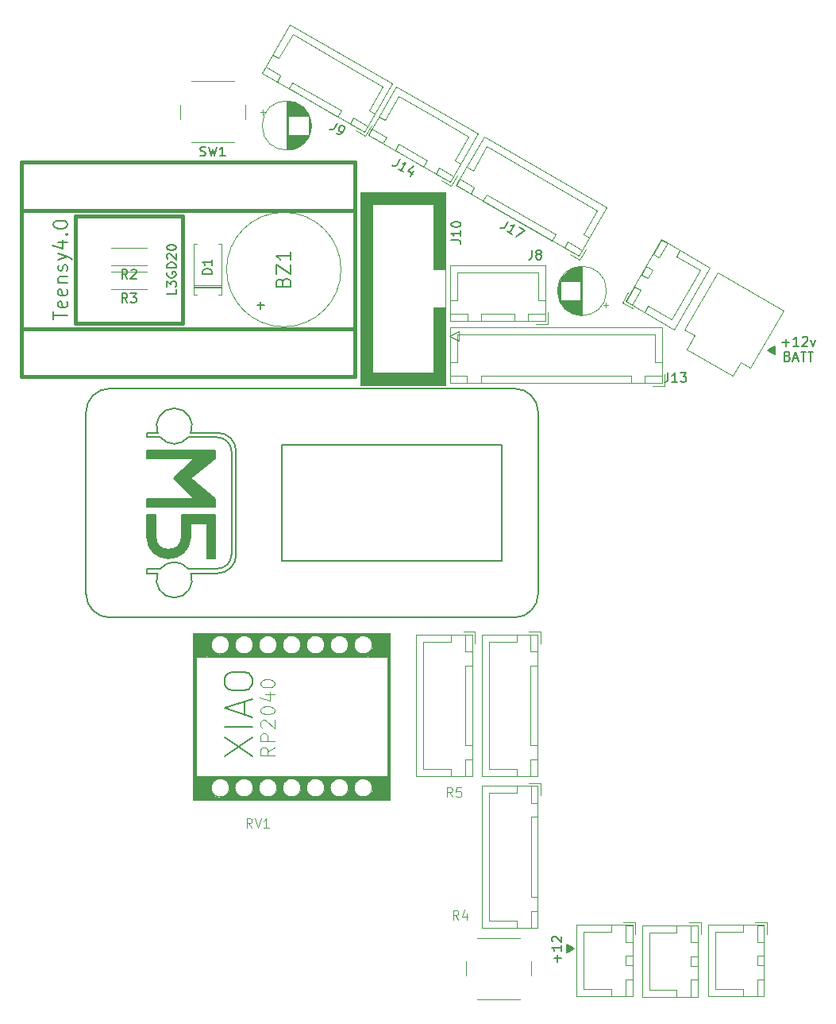
<source format=gbr>
%TF.GenerationSoftware,KiCad,Pcbnew,7.0.9*%
%TF.CreationDate,2024-03-01T11:40:11+09:00*%
%TF.ProjectId,MainBoard,4d61696e-426f-4617-9264-2e6b69636164,rev?*%
%TF.SameCoordinates,Original*%
%TF.FileFunction,Legend,Top*%
%TF.FilePolarity,Positive*%
%FSLAX46Y46*%
G04 Gerber Fmt 4.6, Leading zero omitted, Abs format (unit mm)*
G04 Created by KiCad (PCBNEW 7.0.9) date 2024-03-01 11:40:11*
%MOMM*%
%LPD*%
G01*
G04 APERTURE LIST*
%ADD10C,0.200000*%
%ADD11C,0.150000*%
%ADD12C,0.100000*%
%ADD13C,0.180000*%
%ADD14C,0.120000*%
%ADD15C,0.400000*%
G04 APERTURE END LIST*
D10*
X130959999Y-99609200D02*
G75*
G03*
X135560001Y-99609200I2300001J0D01*
G01*
X138460000Y-103009200D02*
G75*
G03*
X139960000Y-101509200I0J1500000D01*
G01*
X135333093Y-89009200D02*
X138460000Y-89009200D01*
D11*
X138195705Y-91218754D02*
X135558547Y-93393733D01*
X138195705Y-95568713D01*
X138195705Y-96409200D01*
X130960000Y-96409200D01*
X130960000Y-95568713D01*
X136060000Y-95568713D01*
X133796231Y-93393733D01*
X136060000Y-91218754D01*
X130960000Y-91218754D01*
X130960000Y-90378266D01*
X138195705Y-90378266D01*
X138195705Y-91218754D01*
G36*
X138195705Y-91218754D02*
G01*
X135558547Y-93393733D01*
X138195705Y-95568713D01*
X138195705Y-96409200D01*
X130960000Y-96409200D01*
X130960000Y-95568713D01*
X136060000Y-95568713D01*
X133796231Y-93393733D01*
X136060000Y-91218754D01*
X130960000Y-91218754D01*
X130960000Y-90378266D01*
X138195705Y-90378266D01*
X138195705Y-91218754D01*
G37*
D10*
X168760000Y-89809200D02*
X168760000Y-102209200D01*
X132386908Y-103009200D02*
X130960000Y-103009200D01*
X130960000Y-89009200D02*
X132386908Y-89009200D01*
X170160000Y-108209200D02*
G75*
G03*
X172660000Y-105709200I0J2500000D01*
G01*
X140460000Y-101509200D02*
X140460000Y-90509200D01*
X130960000Y-90378266D02*
X138195705Y-90378266D01*
X130960000Y-97309200D02*
X131860000Y-97309200D01*
X138460000Y-103509200D02*
G75*
G03*
X140460000Y-101509200I0J2000000D01*
G01*
X130960000Y-95568713D02*
X136060000Y-95568713D01*
X138260000Y-97309200D02*
X138260000Y-101909200D01*
X130960000Y-91218754D02*
X130960000Y-90378266D01*
X135558547Y-93393733D02*
X138195705Y-95568713D01*
X138195705Y-91218754D02*
X135558547Y-93393733D01*
X124460000Y-86309200D02*
X124460000Y-105709200D01*
X132093648Y-88509200D02*
X130960000Y-88509200D01*
X135626353Y-88509200D02*
G75*
G03*
X132093649Y-88509200I-1766352J700000D01*
G01*
X135626352Y-103509200D02*
X138460000Y-103509200D01*
X139960000Y-90509200D02*
X139960000Y-101509200D01*
X130960000Y-103509200D02*
X132093648Y-103509200D01*
X126960000Y-83809200D02*
G75*
G03*
X124460000Y-86309200I0J-2500000D01*
G01*
X168760000Y-102209200D02*
X145360000Y-102209200D01*
D12*
X162725800Y-62887400D02*
X162763200Y-71094600D01*
X161492000Y-71102000D01*
X161492000Y-64162000D01*
X154992000Y-64162000D01*
X154992000Y-82142000D01*
X161492000Y-82142000D01*
X161492000Y-75202000D01*
X162802000Y-75202000D01*
X162802000Y-83442000D01*
X153682000Y-83442000D01*
X153682000Y-62862000D01*
X162725800Y-62887400D01*
G36*
X162725800Y-62887400D02*
G01*
X162763200Y-71094600D01*
X161492000Y-71102000D01*
X161492000Y-64162000D01*
X154992000Y-64162000D01*
X154992000Y-82142000D01*
X161492000Y-82142000D01*
X161492000Y-75202000D01*
X162802000Y-75202000D01*
X162802000Y-83442000D01*
X153682000Y-83442000D01*
X153682000Y-62862000D01*
X162725800Y-62887400D01*
G37*
D10*
X136060000Y-95568713D02*
X133796231Y-93393733D01*
X135333092Y-103009200D02*
G75*
G03*
X132386908Y-103009200I-1473092J-1200000D01*
G01*
X132093649Y-103509200D02*
G75*
G03*
X135626351Y-103509200I1766351J-700000D01*
G01*
X134660000Y-99609200D02*
X134660000Y-97309200D01*
X140460000Y-90509200D02*
G75*
G03*
X138460000Y-88509200I-2000000J0D01*
G01*
X130960000Y-88509200D02*
X130960000Y-89009200D01*
X130960000Y-96409200D02*
X130960000Y-95568713D01*
X133796231Y-93393733D02*
X136060000Y-91218754D01*
X124460000Y-105709200D02*
G75*
G03*
X126960000Y-108209200I2500000J0D01*
G01*
X131860000Y-97309200D02*
X131860000Y-99609200D01*
X138460000Y-88509200D02*
X135626353Y-88509200D01*
X137360000Y-101909200D02*
X137360000Y-98209200D01*
X138460000Y-103009200D02*
X135333092Y-103009200D01*
X136060000Y-91218754D02*
X130960000Y-91218754D01*
D11*
X131860000Y-99609200D02*
X132003800Y-100380800D01*
X132410200Y-100838000D01*
X133260000Y-101009200D01*
X134061200Y-100812600D01*
X134518400Y-100330000D01*
X134660000Y-99609200D01*
X134660000Y-97309200D01*
X138260000Y-97309200D01*
X138260000Y-101909200D01*
X137360000Y-101909200D01*
X137360000Y-98209200D01*
X135560000Y-98209200D01*
X135560001Y-99609200D01*
X135331200Y-100609400D01*
X134823200Y-101244400D01*
X134137400Y-101701600D01*
X133260000Y-101909201D01*
X132384800Y-101701600D01*
X131699000Y-101269800D01*
X131191000Y-100533200D01*
X130960000Y-99609200D01*
X130960000Y-97309200D01*
X131860000Y-97309200D01*
X131860000Y-99609200D01*
G36*
X131860000Y-99609200D02*
G01*
X132003800Y-100380800D01*
X132410200Y-100838000D01*
X133260000Y-101009200D01*
X134061200Y-100812600D01*
X134518400Y-100330000D01*
X134660000Y-99609200D01*
X134660000Y-97309200D01*
X138260000Y-97309200D01*
X138260000Y-101909200D01*
X137360000Y-101909200D01*
X137360000Y-98209200D01*
X135560000Y-98209200D01*
X135560001Y-99609200D01*
X135331200Y-100609400D01*
X134823200Y-101244400D01*
X134137400Y-101701600D01*
X133260000Y-101909201D01*
X132384800Y-101701600D01*
X131699000Y-101269800D01*
X131191000Y-100533200D01*
X130960000Y-99609200D01*
X130960000Y-97309200D01*
X131860000Y-97309200D01*
X131860000Y-99609200D01*
G37*
D10*
X138260000Y-101909200D02*
X137360000Y-101909200D01*
X139960000Y-90509200D02*
G75*
G03*
X138460000Y-89009200I-1500000J0D01*
G01*
X130960000Y-103009200D02*
X130960000Y-103509200D01*
X138195705Y-90378266D02*
X138195705Y-91218754D01*
X131860000Y-99609200D02*
G75*
G03*
X134660000Y-99609200I1400000J0D01*
G01*
X137360000Y-98209200D02*
X135560000Y-98209200D01*
X172660000Y-105709200D02*
X172660000Y-86309200D01*
X126960000Y-108209200D02*
X170160000Y-108209200D01*
X130960000Y-99609200D02*
X130960000Y-97309200D01*
X132386909Y-89009199D02*
G75*
G03*
X135333093Y-89009200I1473092J1200000D01*
G01*
X134660000Y-97309200D02*
X138260000Y-97309200D01*
X170160000Y-83809200D02*
X126960000Y-83809200D01*
X138195705Y-95568713D02*
X138195705Y-96409200D01*
X138195705Y-96409200D02*
X130960000Y-96409200D01*
X145360000Y-89809200D02*
X168760000Y-89809200D01*
X145360000Y-102209200D02*
X145360000Y-89809200D01*
X135560000Y-98209200D02*
X135560001Y-99609200D01*
X172660000Y-86309200D02*
G75*
G03*
X170160000Y-83809200I-2500000J0D01*
G01*
X198691714Y-78902266D02*
X199453619Y-78902266D01*
X199072666Y-79283219D02*
X199072666Y-78521314D01*
X200453618Y-79283219D02*
X199882190Y-79283219D01*
X200167904Y-79283219D02*
X200167904Y-78283219D01*
X200167904Y-78283219D02*
X200072666Y-78426076D01*
X200072666Y-78426076D02*
X199977428Y-78521314D01*
X199977428Y-78521314D02*
X199882190Y-78568933D01*
X200834571Y-78378457D02*
X200882190Y-78330838D01*
X200882190Y-78330838D02*
X200977428Y-78283219D01*
X200977428Y-78283219D02*
X201215523Y-78283219D01*
X201215523Y-78283219D02*
X201310761Y-78330838D01*
X201310761Y-78330838D02*
X201358380Y-78378457D01*
X201358380Y-78378457D02*
X201405999Y-78473695D01*
X201405999Y-78473695D02*
X201405999Y-78568933D01*
X201405999Y-78568933D02*
X201358380Y-78711790D01*
X201358380Y-78711790D02*
X200786952Y-79283219D01*
X200786952Y-79283219D02*
X201405999Y-79283219D01*
X201739333Y-78616552D02*
X201977428Y-79283219D01*
X201977428Y-79283219D02*
X202215523Y-78616552D01*
X199286952Y-80369409D02*
X199429809Y-80417028D01*
X199429809Y-80417028D02*
X199477428Y-80464647D01*
X199477428Y-80464647D02*
X199525047Y-80559885D01*
X199525047Y-80559885D02*
X199525047Y-80702742D01*
X199525047Y-80702742D02*
X199477428Y-80797980D01*
X199477428Y-80797980D02*
X199429809Y-80845600D01*
X199429809Y-80845600D02*
X199334571Y-80893219D01*
X199334571Y-80893219D02*
X198953619Y-80893219D01*
X198953619Y-80893219D02*
X198953619Y-79893219D01*
X198953619Y-79893219D02*
X199286952Y-79893219D01*
X199286952Y-79893219D02*
X199382190Y-79940838D01*
X199382190Y-79940838D02*
X199429809Y-79988457D01*
X199429809Y-79988457D02*
X199477428Y-80083695D01*
X199477428Y-80083695D02*
X199477428Y-80178933D01*
X199477428Y-80178933D02*
X199429809Y-80274171D01*
X199429809Y-80274171D02*
X199382190Y-80321790D01*
X199382190Y-80321790D02*
X199286952Y-80369409D01*
X199286952Y-80369409D02*
X198953619Y-80369409D01*
X199906000Y-80607504D02*
X200382190Y-80607504D01*
X199810762Y-80893219D02*
X200144095Y-79893219D01*
X200144095Y-79893219D02*
X200477428Y-80893219D01*
X200667905Y-79893219D02*
X201239333Y-79893219D01*
X200953619Y-80893219D02*
X200953619Y-79893219D01*
X201429810Y-79893219D02*
X202001238Y-79893219D01*
X201715524Y-80893219D02*
X201715524Y-79893219D01*
D11*
X175771398Y-143125914D02*
X175771398Y-143887819D01*
X175819017Y-143173533D02*
X175819017Y-143840200D01*
X175866636Y-143173533D02*
X175866636Y-143840200D01*
X175914255Y-143221152D02*
X175914255Y-143792580D01*
X175961874Y-143221152D02*
X175961874Y-143792580D01*
X176009493Y-143268771D02*
X176009493Y-143744961D01*
X176057112Y-143268771D02*
X176057112Y-143744961D01*
X176104731Y-143316390D02*
X176104731Y-143697342D01*
X176152350Y-143364009D02*
X176152350Y-143649723D01*
X176199969Y-143364009D02*
X176199969Y-143649723D01*
X176247588Y-143411628D02*
X176247588Y-143602104D01*
X176295207Y-143411628D02*
X176295207Y-143602104D01*
X176342826Y-143506866D02*
X176390445Y-143506866D01*
X176342826Y-143459247D02*
X176342826Y-143554485D01*
X175723779Y-143125914D02*
X176438064Y-143506866D01*
X176438064Y-143506866D02*
X175723779Y-143887819D01*
X176485684Y-143506866D02*
X175723779Y-143935438D01*
X175723779Y-143935438D02*
X175723779Y-143078295D01*
X175723779Y-143078295D02*
X176485684Y-143506866D01*
X197837201Y-80089285D02*
X197837201Y-79327380D01*
X197789582Y-80041666D02*
X197789582Y-79375000D01*
X197741963Y-80041666D02*
X197741963Y-79375000D01*
X197694344Y-79994047D02*
X197694344Y-79422619D01*
X197646725Y-79994047D02*
X197646725Y-79422619D01*
X197599106Y-79946428D02*
X197599106Y-79470238D01*
X197551487Y-79946428D02*
X197551487Y-79470238D01*
X197503868Y-79898809D02*
X197503868Y-79517857D01*
X197456249Y-79851190D02*
X197456249Y-79565476D01*
X197408630Y-79851190D02*
X197408630Y-79565476D01*
X197361011Y-79803571D02*
X197361011Y-79613095D01*
X197313392Y-79803571D02*
X197313392Y-79613095D01*
X197265773Y-79708333D02*
X197218154Y-79708333D01*
X197265773Y-79755952D02*
X197265773Y-79660714D01*
X197884820Y-80089285D02*
X197170535Y-79708333D01*
X197170535Y-79708333D02*
X197884820Y-79327380D01*
X197122916Y-79708333D02*
X197884820Y-79279761D01*
X197884820Y-79279761D02*
X197884820Y-80136904D01*
X197884820Y-80136904D02*
X197122916Y-79708333D01*
D10*
X174746266Y-144918326D02*
X174746266Y-144156422D01*
X175127219Y-144537374D02*
X174365314Y-144537374D01*
X175127219Y-143156422D02*
X175127219Y-143727850D01*
X175127219Y-143442136D02*
X174127219Y-143442136D01*
X174127219Y-143442136D02*
X174270076Y-143537374D01*
X174270076Y-143537374D02*
X174365314Y-143632612D01*
X174365314Y-143632612D02*
X174412933Y-143727850D01*
X174222457Y-142775469D02*
X174174838Y-142727850D01*
X174174838Y-142727850D02*
X174127219Y-142632612D01*
X174127219Y-142632612D02*
X174127219Y-142394517D01*
X174127219Y-142394517D02*
X174174838Y-142299279D01*
X174174838Y-142299279D02*
X174222457Y-142251660D01*
X174222457Y-142251660D02*
X174317695Y-142204041D01*
X174317695Y-142204041D02*
X174412933Y-142204041D01*
X174412933Y-142204041D02*
X174555790Y-142251660D01*
X174555790Y-142251660D02*
X175127219Y-142823088D01*
X175127219Y-142823088D02*
X175127219Y-142204041D01*
D11*
X128865333Y-74663219D02*
X128532000Y-74187028D01*
X128293905Y-74663219D02*
X128293905Y-73663219D01*
X128293905Y-73663219D02*
X128674857Y-73663219D01*
X128674857Y-73663219D02*
X128770095Y-73710838D01*
X128770095Y-73710838D02*
X128817714Y-73758457D01*
X128817714Y-73758457D02*
X128865333Y-73853695D01*
X128865333Y-73853695D02*
X128865333Y-73996552D01*
X128865333Y-73996552D02*
X128817714Y-74091790D01*
X128817714Y-74091790D02*
X128770095Y-74139409D01*
X128770095Y-74139409D02*
X128674857Y-74187028D01*
X128674857Y-74187028D02*
X128293905Y-74187028D01*
X129198667Y-73663219D02*
X129817714Y-73663219D01*
X129817714Y-73663219D02*
X129484381Y-74044171D01*
X129484381Y-74044171D02*
X129627238Y-74044171D01*
X129627238Y-74044171D02*
X129722476Y-74091790D01*
X129722476Y-74091790D02*
X129770095Y-74139409D01*
X129770095Y-74139409D02*
X129817714Y-74234647D01*
X129817714Y-74234647D02*
X129817714Y-74472742D01*
X129817714Y-74472742D02*
X129770095Y-74567980D01*
X129770095Y-74567980D02*
X129722476Y-74615600D01*
X129722476Y-74615600D02*
X129627238Y-74663219D01*
X129627238Y-74663219D02*
X129341524Y-74663219D01*
X129341524Y-74663219D02*
X129246286Y-74615600D01*
X129246286Y-74615600D02*
X129198667Y-74567980D01*
X128865333Y-72123219D02*
X128532000Y-71647028D01*
X128293905Y-72123219D02*
X128293905Y-71123219D01*
X128293905Y-71123219D02*
X128674857Y-71123219D01*
X128674857Y-71123219D02*
X128770095Y-71170838D01*
X128770095Y-71170838D02*
X128817714Y-71218457D01*
X128817714Y-71218457D02*
X128865333Y-71313695D01*
X128865333Y-71313695D02*
X128865333Y-71456552D01*
X128865333Y-71456552D02*
X128817714Y-71551790D01*
X128817714Y-71551790D02*
X128770095Y-71599409D01*
X128770095Y-71599409D02*
X128674857Y-71647028D01*
X128674857Y-71647028D02*
X128293905Y-71647028D01*
X129246286Y-71218457D02*
X129293905Y-71170838D01*
X129293905Y-71170838D02*
X129389143Y-71123219D01*
X129389143Y-71123219D02*
X129627238Y-71123219D01*
X129627238Y-71123219D02*
X129722476Y-71170838D01*
X129722476Y-71170838D02*
X129770095Y-71218457D01*
X129770095Y-71218457D02*
X129817714Y-71313695D01*
X129817714Y-71313695D02*
X129817714Y-71408933D01*
X129817714Y-71408933D02*
X129770095Y-71551790D01*
X129770095Y-71551790D02*
X129198667Y-72123219D01*
X129198667Y-72123219D02*
X129817714Y-72123219D01*
D10*
X169489695Y-65989236D02*
X169132552Y-66607825D01*
X169132552Y-66607825D02*
X169019884Y-66707734D01*
X169019884Y-66707734D02*
X168889787Y-66742593D01*
X168889787Y-66742593D02*
X168742259Y-66712404D01*
X168742259Y-66712404D02*
X168659781Y-66664785D01*
X169855721Y-67355261D02*
X169360849Y-67069547D01*
X169608285Y-67212404D02*
X170108285Y-66346379D01*
X170108285Y-66346379D02*
X169954378Y-66422477D01*
X169954378Y-66422477D02*
X169824280Y-66457337D01*
X169824280Y-66457337D02*
X169717992Y-66450957D01*
X170644396Y-66655902D02*
X171221746Y-66989236D01*
X171221746Y-66989236D02*
X170350592Y-67640975D01*
D12*
X164171333Y-140411419D02*
X163838000Y-139935228D01*
X163599905Y-140411419D02*
X163599905Y-139411419D01*
X163599905Y-139411419D02*
X163980857Y-139411419D01*
X163980857Y-139411419D02*
X164076095Y-139459038D01*
X164076095Y-139459038D02*
X164123714Y-139506657D01*
X164123714Y-139506657D02*
X164171333Y-139601895D01*
X164171333Y-139601895D02*
X164171333Y-139744752D01*
X164171333Y-139744752D02*
X164123714Y-139839990D01*
X164123714Y-139839990D02*
X164076095Y-139887609D01*
X164076095Y-139887609D02*
X163980857Y-139935228D01*
X163980857Y-139935228D02*
X163599905Y-139935228D01*
X165028476Y-139744752D02*
X165028476Y-140411419D01*
X164790381Y-139363800D02*
X164552286Y-140078085D01*
X164552286Y-140078085D02*
X165171333Y-140078085D01*
D13*
X120977568Y-76477141D02*
X120977568Y-75619999D01*
X122477568Y-76048570D02*
X120977568Y-76048570D01*
X122406140Y-74548570D02*
X122477568Y-74691427D01*
X122477568Y-74691427D02*
X122477568Y-74977142D01*
X122477568Y-74977142D02*
X122406140Y-75119999D01*
X122406140Y-75119999D02*
X122263282Y-75191427D01*
X122263282Y-75191427D02*
X121691854Y-75191427D01*
X121691854Y-75191427D02*
X121548997Y-75119999D01*
X121548997Y-75119999D02*
X121477568Y-74977142D01*
X121477568Y-74977142D02*
X121477568Y-74691427D01*
X121477568Y-74691427D02*
X121548997Y-74548570D01*
X121548997Y-74548570D02*
X121691854Y-74477142D01*
X121691854Y-74477142D02*
X121834711Y-74477142D01*
X121834711Y-74477142D02*
X121977568Y-75191427D01*
X122406140Y-73262856D02*
X122477568Y-73405713D01*
X122477568Y-73405713D02*
X122477568Y-73691428D01*
X122477568Y-73691428D02*
X122406140Y-73834285D01*
X122406140Y-73834285D02*
X122263282Y-73905713D01*
X122263282Y-73905713D02*
X121691854Y-73905713D01*
X121691854Y-73905713D02*
X121548997Y-73834285D01*
X121548997Y-73834285D02*
X121477568Y-73691428D01*
X121477568Y-73691428D02*
X121477568Y-73405713D01*
X121477568Y-73405713D02*
X121548997Y-73262856D01*
X121548997Y-73262856D02*
X121691854Y-73191428D01*
X121691854Y-73191428D02*
X121834711Y-73191428D01*
X121834711Y-73191428D02*
X121977568Y-73905713D01*
X121477568Y-72548571D02*
X122477568Y-72548571D01*
X121620425Y-72548571D02*
X121548997Y-72477142D01*
X121548997Y-72477142D02*
X121477568Y-72334285D01*
X121477568Y-72334285D02*
X121477568Y-72119999D01*
X121477568Y-72119999D02*
X121548997Y-71977142D01*
X121548997Y-71977142D02*
X121691854Y-71905714D01*
X121691854Y-71905714D02*
X122477568Y-71905714D01*
X122406140Y-71262856D02*
X122477568Y-71119999D01*
X122477568Y-71119999D02*
X122477568Y-70834285D01*
X122477568Y-70834285D02*
X122406140Y-70691428D01*
X122406140Y-70691428D02*
X122263282Y-70619999D01*
X122263282Y-70619999D02*
X122191854Y-70619999D01*
X122191854Y-70619999D02*
X122048997Y-70691428D01*
X122048997Y-70691428D02*
X121977568Y-70834285D01*
X121977568Y-70834285D02*
X121977568Y-71048571D01*
X121977568Y-71048571D02*
X121906140Y-71191428D01*
X121906140Y-71191428D02*
X121763282Y-71262856D01*
X121763282Y-71262856D02*
X121691854Y-71262856D01*
X121691854Y-71262856D02*
X121548997Y-71191428D01*
X121548997Y-71191428D02*
X121477568Y-71048571D01*
X121477568Y-71048571D02*
X121477568Y-70834285D01*
X121477568Y-70834285D02*
X121548997Y-70691428D01*
X121477568Y-70119999D02*
X122477568Y-69762856D01*
X121477568Y-69405713D02*
X122477568Y-69762856D01*
X122477568Y-69762856D02*
X122834711Y-69905713D01*
X122834711Y-69905713D02*
X122906140Y-69977142D01*
X122906140Y-69977142D02*
X122977568Y-70119999D01*
X121477568Y-68191428D02*
X122477568Y-68191428D01*
X120906140Y-68548570D02*
X121977568Y-68905713D01*
X121977568Y-68905713D02*
X121977568Y-67977142D01*
X122334711Y-67405714D02*
X122406140Y-67334285D01*
X122406140Y-67334285D02*
X122477568Y-67405714D01*
X122477568Y-67405714D02*
X122406140Y-67477142D01*
X122406140Y-67477142D02*
X122334711Y-67405714D01*
X122334711Y-67405714D02*
X122477568Y-67405714D01*
X120977568Y-66405713D02*
X120977568Y-66262856D01*
X120977568Y-66262856D02*
X121048997Y-66119999D01*
X121048997Y-66119999D02*
X121120425Y-66048571D01*
X121120425Y-66048571D02*
X121263282Y-65977142D01*
X121263282Y-65977142D02*
X121548997Y-65905713D01*
X121548997Y-65905713D02*
X121906140Y-65905713D01*
X121906140Y-65905713D02*
X122191854Y-65977142D01*
X122191854Y-65977142D02*
X122334711Y-66048571D01*
X122334711Y-66048571D02*
X122406140Y-66119999D01*
X122406140Y-66119999D02*
X122477568Y-66262856D01*
X122477568Y-66262856D02*
X122477568Y-66405713D01*
X122477568Y-66405713D02*
X122406140Y-66548571D01*
X122406140Y-66548571D02*
X122334711Y-66619999D01*
X122334711Y-66619999D02*
X122191854Y-66691428D01*
X122191854Y-66691428D02*
X121906140Y-66762856D01*
X121906140Y-66762856D02*
X121548997Y-66762856D01*
X121548997Y-66762856D02*
X121263282Y-66691428D01*
X121263282Y-66691428D02*
X121120425Y-66619999D01*
X121120425Y-66619999D02*
X121048997Y-66548571D01*
X121048997Y-66548571D02*
X120977568Y-66405713D01*
D10*
X151242216Y-55492941D02*
X150885073Y-56111530D01*
X150885073Y-56111530D02*
X150772405Y-56211439D01*
X150772405Y-56211439D02*
X150642307Y-56246298D01*
X150642307Y-56246298D02*
X150494780Y-56216109D01*
X150494780Y-56216109D02*
X150412301Y-56168490D01*
X151195848Y-56620871D02*
X151360805Y-56716109D01*
X151360805Y-56716109D02*
X151467094Y-56722489D01*
X151467094Y-56722489D02*
X151532142Y-56705059D01*
X151532142Y-56705059D02*
X151686050Y-56628960D01*
X151686050Y-56628960D02*
X151822527Y-56487812D01*
X151822527Y-56487812D02*
X152013003Y-56157898D01*
X152013003Y-56157898D02*
X152019383Y-56051610D01*
X152019383Y-56051610D02*
X152001953Y-55986561D01*
X152001953Y-55986561D02*
X151943284Y-55897703D01*
X151943284Y-55897703D02*
X151778327Y-55802464D01*
X151778327Y-55802464D02*
X151672039Y-55796085D01*
X151672039Y-55796085D02*
X151606990Y-55813515D01*
X151606990Y-55813515D02*
X151518132Y-55872184D01*
X151518132Y-55872184D02*
X151399084Y-56078380D01*
X151399084Y-56078380D02*
X151392704Y-56184668D01*
X151392704Y-56184668D02*
X151410134Y-56249717D01*
X151410134Y-56249717D02*
X151468803Y-56338575D01*
X151468803Y-56338575D02*
X151633760Y-56433814D01*
X151633760Y-56433814D02*
X151740048Y-56440193D01*
X151740048Y-56440193D02*
X151805097Y-56422763D01*
X151805097Y-56422763D02*
X151893956Y-56364094D01*
X163409219Y-67992523D02*
X164123504Y-67992523D01*
X164123504Y-67992523D02*
X164266361Y-68040142D01*
X164266361Y-68040142D02*
X164361600Y-68135380D01*
X164361600Y-68135380D02*
X164409219Y-68278237D01*
X164409219Y-68278237D02*
X164409219Y-68373475D01*
X164409219Y-66992523D02*
X164409219Y-67563951D01*
X164409219Y-67278237D02*
X163409219Y-67278237D01*
X163409219Y-67278237D02*
X163552076Y-67373475D01*
X163552076Y-67373475D02*
X163647314Y-67468713D01*
X163647314Y-67468713D02*
X163694933Y-67563951D01*
X163409219Y-66373475D02*
X163409219Y-66278237D01*
X163409219Y-66278237D02*
X163456838Y-66182999D01*
X163456838Y-66182999D02*
X163504457Y-66135380D01*
X163504457Y-66135380D02*
X163599695Y-66087761D01*
X163599695Y-66087761D02*
X163790171Y-66040142D01*
X163790171Y-66040142D02*
X164028266Y-66040142D01*
X164028266Y-66040142D02*
X164218742Y-66087761D01*
X164218742Y-66087761D02*
X164313980Y-66135380D01*
X164313980Y-66135380D02*
X164361600Y-66182999D01*
X164361600Y-66182999D02*
X164409219Y-66278237D01*
X164409219Y-66278237D02*
X164409219Y-66373475D01*
X164409219Y-66373475D02*
X164361600Y-66468713D01*
X164361600Y-66468713D02*
X164313980Y-66516332D01*
X164313980Y-66516332D02*
X164218742Y-66563951D01*
X164218742Y-66563951D02*
X164028266Y-66611570D01*
X164028266Y-66611570D02*
X163790171Y-66611570D01*
X163790171Y-66611570D02*
X163599695Y-66563951D01*
X163599695Y-66563951D02*
X163504457Y-66516332D01*
X163504457Y-66516332D02*
X163456838Y-66468713D01*
X163456838Y-66468713D02*
X163409219Y-66373475D01*
D11*
X136640667Y-58977200D02*
X136783524Y-59024819D01*
X136783524Y-59024819D02*
X137021619Y-59024819D01*
X137021619Y-59024819D02*
X137116857Y-58977200D01*
X137116857Y-58977200D02*
X137164476Y-58929580D01*
X137164476Y-58929580D02*
X137212095Y-58834342D01*
X137212095Y-58834342D02*
X137212095Y-58739104D01*
X137212095Y-58739104D02*
X137164476Y-58643866D01*
X137164476Y-58643866D02*
X137116857Y-58596247D01*
X137116857Y-58596247D02*
X137021619Y-58548628D01*
X137021619Y-58548628D02*
X136831143Y-58501009D01*
X136831143Y-58501009D02*
X136735905Y-58453390D01*
X136735905Y-58453390D02*
X136688286Y-58405771D01*
X136688286Y-58405771D02*
X136640667Y-58310533D01*
X136640667Y-58310533D02*
X136640667Y-58215295D01*
X136640667Y-58215295D02*
X136688286Y-58120057D01*
X136688286Y-58120057D02*
X136735905Y-58072438D01*
X136735905Y-58072438D02*
X136831143Y-58024819D01*
X136831143Y-58024819D02*
X137069238Y-58024819D01*
X137069238Y-58024819D02*
X137212095Y-58072438D01*
X137545429Y-58024819D02*
X137783524Y-59024819D01*
X137783524Y-59024819D02*
X137974000Y-58310533D01*
X137974000Y-58310533D02*
X138164476Y-59024819D01*
X138164476Y-59024819D02*
X138402572Y-58024819D01*
X139307333Y-59024819D02*
X138735905Y-59024819D01*
X139021619Y-59024819D02*
X139021619Y-58024819D01*
X139021619Y-58024819D02*
X138926381Y-58167676D01*
X138926381Y-58167676D02*
X138831143Y-58262914D01*
X138831143Y-58262914D02*
X138735905Y-58310533D01*
D12*
X142152761Y-130632419D02*
X141819428Y-130156228D01*
X141581333Y-130632419D02*
X141581333Y-129632419D01*
X141581333Y-129632419D02*
X141962285Y-129632419D01*
X141962285Y-129632419D02*
X142057523Y-129680038D01*
X142057523Y-129680038D02*
X142105142Y-129727657D01*
X142105142Y-129727657D02*
X142152761Y-129822895D01*
X142152761Y-129822895D02*
X142152761Y-129965752D01*
X142152761Y-129965752D02*
X142105142Y-130060990D01*
X142105142Y-130060990D02*
X142057523Y-130108609D01*
X142057523Y-130108609D02*
X141962285Y-130156228D01*
X141962285Y-130156228D02*
X141581333Y-130156228D01*
X142438476Y-129632419D02*
X142771809Y-130632419D01*
X142771809Y-130632419D02*
X143105142Y-129632419D01*
X143962285Y-130632419D02*
X143390857Y-130632419D01*
X143676571Y-130632419D02*
X143676571Y-129632419D01*
X143676571Y-129632419D02*
X143581333Y-129775276D01*
X143581333Y-129775276D02*
X143486095Y-129870514D01*
X143486095Y-129870514D02*
X143390857Y-129918133D01*
D10*
X186515476Y-82129219D02*
X186515476Y-82843504D01*
X186515476Y-82843504D02*
X186467857Y-82986361D01*
X186467857Y-82986361D02*
X186372619Y-83081600D01*
X186372619Y-83081600D02*
X186229762Y-83129219D01*
X186229762Y-83129219D02*
X186134524Y-83129219D01*
X187515476Y-83129219D02*
X186944048Y-83129219D01*
X187229762Y-83129219D02*
X187229762Y-82129219D01*
X187229762Y-82129219D02*
X187134524Y-82272076D01*
X187134524Y-82272076D02*
X187039286Y-82367314D01*
X187039286Y-82367314D02*
X186944048Y-82414933D01*
X187848810Y-82129219D02*
X188467857Y-82129219D01*
X188467857Y-82129219D02*
X188134524Y-82510171D01*
X188134524Y-82510171D02*
X188277381Y-82510171D01*
X188277381Y-82510171D02*
X188372619Y-82557790D01*
X188372619Y-82557790D02*
X188420238Y-82605409D01*
X188420238Y-82605409D02*
X188467857Y-82700647D01*
X188467857Y-82700647D02*
X188467857Y-82938742D01*
X188467857Y-82938742D02*
X188420238Y-83033980D01*
X188420238Y-83033980D02*
X188372619Y-83081600D01*
X188372619Y-83081600D02*
X188277381Y-83129219D01*
X188277381Y-83129219D02*
X187991667Y-83129219D01*
X187991667Y-83129219D02*
X187896429Y-83081600D01*
X187896429Y-83081600D02*
X187848810Y-83033980D01*
D11*
X134058819Y-73239047D02*
X134058819Y-73715237D01*
X134058819Y-73715237D02*
X133058819Y-73715237D01*
X133058819Y-73000951D02*
X133058819Y-72381904D01*
X133058819Y-72381904D02*
X133439771Y-72715237D01*
X133439771Y-72715237D02*
X133439771Y-72572380D01*
X133439771Y-72572380D02*
X133487390Y-72477142D01*
X133487390Y-72477142D02*
X133535009Y-72429523D01*
X133535009Y-72429523D02*
X133630247Y-72381904D01*
X133630247Y-72381904D02*
X133868342Y-72381904D01*
X133868342Y-72381904D02*
X133963580Y-72429523D01*
X133963580Y-72429523D02*
X134011200Y-72477142D01*
X134011200Y-72477142D02*
X134058819Y-72572380D01*
X134058819Y-72572380D02*
X134058819Y-72858094D01*
X134058819Y-72858094D02*
X134011200Y-72953332D01*
X134011200Y-72953332D02*
X133963580Y-73000951D01*
X133106438Y-71429523D02*
X133058819Y-71524761D01*
X133058819Y-71524761D02*
X133058819Y-71667618D01*
X133058819Y-71667618D02*
X133106438Y-71810475D01*
X133106438Y-71810475D02*
X133201676Y-71905713D01*
X133201676Y-71905713D02*
X133296914Y-71953332D01*
X133296914Y-71953332D02*
X133487390Y-72000951D01*
X133487390Y-72000951D02*
X133630247Y-72000951D01*
X133630247Y-72000951D02*
X133820723Y-71953332D01*
X133820723Y-71953332D02*
X133915961Y-71905713D01*
X133915961Y-71905713D02*
X134011200Y-71810475D01*
X134011200Y-71810475D02*
X134058819Y-71667618D01*
X134058819Y-71667618D02*
X134058819Y-71572380D01*
X134058819Y-71572380D02*
X134011200Y-71429523D01*
X134011200Y-71429523D02*
X133963580Y-71381904D01*
X133963580Y-71381904D02*
X133630247Y-71381904D01*
X133630247Y-71381904D02*
X133630247Y-71572380D01*
X134058819Y-70953332D02*
X133058819Y-70953332D01*
X133058819Y-70953332D02*
X133058819Y-70715237D01*
X133058819Y-70715237D02*
X133106438Y-70572380D01*
X133106438Y-70572380D02*
X133201676Y-70477142D01*
X133201676Y-70477142D02*
X133296914Y-70429523D01*
X133296914Y-70429523D02*
X133487390Y-70381904D01*
X133487390Y-70381904D02*
X133630247Y-70381904D01*
X133630247Y-70381904D02*
X133820723Y-70429523D01*
X133820723Y-70429523D02*
X133915961Y-70477142D01*
X133915961Y-70477142D02*
X134011200Y-70572380D01*
X134011200Y-70572380D02*
X134058819Y-70715237D01*
X134058819Y-70715237D02*
X134058819Y-70953332D01*
X133154057Y-70000951D02*
X133106438Y-69953332D01*
X133106438Y-69953332D02*
X133058819Y-69858094D01*
X133058819Y-69858094D02*
X133058819Y-69619999D01*
X133058819Y-69619999D02*
X133106438Y-69524761D01*
X133106438Y-69524761D02*
X133154057Y-69477142D01*
X133154057Y-69477142D02*
X133249295Y-69429523D01*
X133249295Y-69429523D02*
X133344533Y-69429523D01*
X133344533Y-69429523D02*
X133487390Y-69477142D01*
X133487390Y-69477142D02*
X134058819Y-70048570D01*
X134058819Y-70048570D02*
X134058819Y-69429523D01*
X133058819Y-68810475D02*
X133058819Y-68715237D01*
X133058819Y-68715237D02*
X133106438Y-68619999D01*
X133106438Y-68619999D02*
X133154057Y-68572380D01*
X133154057Y-68572380D02*
X133249295Y-68524761D01*
X133249295Y-68524761D02*
X133439771Y-68477142D01*
X133439771Y-68477142D02*
X133677866Y-68477142D01*
X133677866Y-68477142D02*
X133868342Y-68524761D01*
X133868342Y-68524761D02*
X133963580Y-68572380D01*
X133963580Y-68572380D02*
X134011200Y-68619999D01*
X134011200Y-68619999D02*
X134058819Y-68715237D01*
X134058819Y-68715237D02*
X134058819Y-68810475D01*
X134058819Y-68810475D02*
X134011200Y-68905713D01*
X134011200Y-68905713D02*
X133963580Y-68953332D01*
X133963580Y-68953332D02*
X133868342Y-69000951D01*
X133868342Y-69000951D02*
X133677866Y-69048570D01*
X133677866Y-69048570D02*
X133439771Y-69048570D01*
X133439771Y-69048570D02*
X133249295Y-69000951D01*
X133249295Y-69000951D02*
X133154057Y-68953332D01*
X133154057Y-68953332D02*
X133106438Y-68905713D01*
X133106438Y-68905713D02*
X133058819Y-68810475D01*
X137868819Y-71604094D02*
X136868819Y-71604094D01*
X136868819Y-71604094D02*
X136868819Y-71365999D01*
X136868819Y-71365999D02*
X136916438Y-71223142D01*
X136916438Y-71223142D02*
X137011676Y-71127904D01*
X137011676Y-71127904D02*
X137106914Y-71080285D01*
X137106914Y-71080285D02*
X137297390Y-71032666D01*
X137297390Y-71032666D02*
X137440247Y-71032666D01*
X137440247Y-71032666D02*
X137630723Y-71080285D01*
X137630723Y-71080285D02*
X137725961Y-71127904D01*
X137725961Y-71127904D02*
X137821200Y-71223142D01*
X137821200Y-71223142D02*
X137868819Y-71365999D01*
X137868819Y-71365999D02*
X137868819Y-71604094D01*
X137868819Y-70080285D02*
X137868819Y-70651713D01*
X137868819Y-70365999D02*
X136868819Y-70365999D01*
X136868819Y-70365999D02*
X137011676Y-70461237D01*
X137011676Y-70461237D02*
X137106914Y-70556475D01*
X137106914Y-70556475D02*
X137154533Y-70651713D01*
D12*
X163536333Y-127330419D02*
X163203000Y-126854228D01*
X162964905Y-127330419D02*
X162964905Y-126330419D01*
X162964905Y-126330419D02*
X163345857Y-126330419D01*
X163345857Y-126330419D02*
X163441095Y-126378038D01*
X163441095Y-126378038D02*
X163488714Y-126425657D01*
X163488714Y-126425657D02*
X163536333Y-126520895D01*
X163536333Y-126520895D02*
X163536333Y-126663752D01*
X163536333Y-126663752D02*
X163488714Y-126758990D01*
X163488714Y-126758990D02*
X163441095Y-126806609D01*
X163441095Y-126806609D02*
X163345857Y-126854228D01*
X163345857Y-126854228D02*
X162964905Y-126854228D01*
X164441095Y-126330419D02*
X163964905Y-126330419D01*
X163964905Y-126330419D02*
X163917286Y-126806609D01*
X163917286Y-126806609D02*
X163964905Y-126758990D01*
X163964905Y-126758990D02*
X164060143Y-126711371D01*
X164060143Y-126711371D02*
X164298238Y-126711371D01*
X164298238Y-126711371D02*
X164393476Y-126758990D01*
X164393476Y-126758990D02*
X164441095Y-126806609D01*
X164441095Y-126806609D02*
X164488714Y-126901847D01*
X164488714Y-126901847D02*
X164488714Y-127139942D01*
X164488714Y-127139942D02*
X164441095Y-127235180D01*
X164441095Y-127235180D02*
X164393476Y-127282800D01*
X164393476Y-127282800D02*
X164298238Y-127330419D01*
X164298238Y-127330419D02*
X164060143Y-127330419D01*
X164060143Y-127330419D02*
X163964905Y-127282800D01*
X163964905Y-127282800D02*
X163917286Y-127235180D01*
D10*
X157938758Y-59365236D02*
X157581615Y-59983825D01*
X157581615Y-59983825D02*
X157468947Y-60083734D01*
X157468947Y-60083734D02*
X157338850Y-60118593D01*
X157338850Y-60118593D02*
X157191322Y-60088404D01*
X157191322Y-60088404D02*
X157108844Y-60040785D01*
X158304784Y-60731261D02*
X157809912Y-60445547D01*
X158057348Y-60588404D02*
X158557348Y-59722379D01*
X158557348Y-59722379D02*
X158403441Y-59798477D01*
X158403441Y-59798477D02*
X158273343Y-59833337D01*
X158273343Y-59833337D02*
X158167055Y-59826957D01*
X159380425Y-60582482D02*
X159047091Y-61159833D01*
X159364704Y-60133520D02*
X158801365Y-60633062D01*
X158801365Y-60633062D02*
X159337476Y-60942586D01*
D11*
X139197657Y-123011628D02*
X142197657Y-121011628D01*
X139197657Y-121011628D02*
X142197657Y-123011628D01*
X142197657Y-119868771D02*
X139197657Y-119868771D01*
X141340514Y-118583057D02*
X141340514Y-117154486D01*
X142197657Y-118868771D02*
X139197657Y-117868771D01*
X139197657Y-117868771D02*
X142197657Y-116868771D01*
X139197657Y-115297342D02*
X139197657Y-114725914D01*
X139197657Y-114725914D02*
X139340514Y-114440199D01*
X139340514Y-114440199D02*
X139626228Y-114154485D01*
X139626228Y-114154485D02*
X140197657Y-114011628D01*
X140197657Y-114011628D02*
X141197657Y-114011628D01*
X141197657Y-114011628D02*
X141769085Y-114154485D01*
X141769085Y-114154485D02*
X142054800Y-114440199D01*
X142054800Y-114440199D02*
X142197657Y-114725914D01*
X142197657Y-114725914D02*
X142197657Y-115297342D01*
X142197657Y-115297342D02*
X142054800Y-115583057D01*
X142054800Y-115583057D02*
X141769085Y-115868771D01*
X141769085Y-115868771D02*
X141197657Y-116011628D01*
X141197657Y-116011628D02*
X140197657Y-116011628D01*
X140197657Y-116011628D02*
X139626228Y-115868771D01*
X139626228Y-115868771D02*
X139340514Y-115583057D01*
X139340514Y-115583057D02*
X139197657Y-115297342D01*
D12*
X144540428Y-122036925D02*
X143826142Y-122536925D01*
X144540428Y-122894068D02*
X143040428Y-122894068D01*
X143040428Y-122894068D02*
X143040428Y-122322639D01*
X143040428Y-122322639D02*
X143111857Y-122179782D01*
X143111857Y-122179782D02*
X143183285Y-122108353D01*
X143183285Y-122108353D02*
X143326142Y-122036925D01*
X143326142Y-122036925D02*
X143540428Y-122036925D01*
X143540428Y-122036925D02*
X143683285Y-122108353D01*
X143683285Y-122108353D02*
X143754714Y-122179782D01*
X143754714Y-122179782D02*
X143826142Y-122322639D01*
X143826142Y-122322639D02*
X143826142Y-122894068D01*
X144540428Y-121394068D02*
X143040428Y-121394068D01*
X143040428Y-121394068D02*
X143040428Y-120822639D01*
X143040428Y-120822639D02*
X143111857Y-120679782D01*
X143111857Y-120679782D02*
X143183285Y-120608353D01*
X143183285Y-120608353D02*
X143326142Y-120536925D01*
X143326142Y-120536925D02*
X143540428Y-120536925D01*
X143540428Y-120536925D02*
X143683285Y-120608353D01*
X143683285Y-120608353D02*
X143754714Y-120679782D01*
X143754714Y-120679782D02*
X143826142Y-120822639D01*
X143826142Y-120822639D02*
X143826142Y-121394068D01*
X143183285Y-119965496D02*
X143111857Y-119894068D01*
X143111857Y-119894068D02*
X143040428Y-119751211D01*
X143040428Y-119751211D02*
X143040428Y-119394068D01*
X143040428Y-119394068D02*
X143111857Y-119251211D01*
X143111857Y-119251211D02*
X143183285Y-119179782D01*
X143183285Y-119179782D02*
X143326142Y-119108353D01*
X143326142Y-119108353D02*
X143469000Y-119108353D01*
X143469000Y-119108353D02*
X143683285Y-119179782D01*
X143683285Y-119179782D02*
X144540428Y-120036925D01*
X144540428Y-120036925D02*
X144540428Y-119108353D01*
X143040428Y-118179782D02*
X143040428Y-118036925D01*
X143040428Y-118036925D02*
X143111857Y-117894068D01*
X143111857Y-117894068D02*
X143183285Y-117822640D01*
X143183285Y-117822640D02*
X143326142Y-117751211D01*
X143326142Y-117751211D02*
X143611857Y-117679782D01*
X143611857Y-117679782D02*
X143969000Y-117679782D01*
X143969000Y-117679782D02*
X144254714Y-117751211D01*
X144254714Y-117751211D02*
X144397571Y-117822640D01*
X144397571Y-117822640D02*
X144469000Y-117894068D01*
X144469000Y-117894068D02*
X144540428Y-118036925D01*
X144540428Y-118036925D02*
X144540428Y-118179782D01*
X144540428Y-118179782D02*
X144469000Y-118322640D01*
X144469000Y-118322640D02*
X144397571Y-118394068D01*
X144397571Y-118394068D02*
X144254714Y-118465497D01*
X144254714Y-118465497D02*
X143969000Y-118536925D01*
X143969000Y-118536925D02*
X143611857Y-118536925D01*
X143611857Y-118536925D02*
X143326142Y-118465497D01*
X143326142Y-118465497D02*
X143183285Y-118394068D01*
X143183285Y-118394068D02*
X143111857Y-118322640D01*
X143111857Y-118322640D02*
X143040428Y-118179782D01*
X143540428Y-116394069D02*
X144540428Y-116394069D01*
X142969000Y-116751211D02*
X144040428Y-117108354D01*
X144040428Y-117108354D02*
X144040428Y-116179783D01*
X143040428Y-115322640D02*
X143040428Y-115179783D01*
X143040428Y-115179783D02*
X143111857Y-115036926D01*
X143111857Y-115036926D02*
X143183285Y-114965498D01*
X143183285Y-114965498D02*
X143326142Y-114894069D01*
X143326142Y-114894069D02*
X143611857Y-114822640D01*
X143611857Y-114822640D02*
X143969000Y-114822640D01*
X143969000Y-114822640D02*
X144254714Y-114894069D01*
X144254714Y-114894069D02*
X144397571Y-114965498D01*
X144397571Y-114965498D02*
X144469000Y-115036926D01*
X144469000Y-115036926D02*
X144540428Y-115179783D01*
X144540428Y-115179783D02*
X144540428Y-115322640D01*
X144540428Y-115322640D02*
X144469000Y-115465498D01*
X144469000Y-115465498D02*
X144397571Y-115536926D01*
X144397571Y-115536926D02*
X144254714Y-115608355D01*
X144254714Y-115608355D02*
X143969000Y-115679783D01*
X143969000Y-115679783D02*
X143611857Y-115679783D01*
X143611857Y-115679783D02*
X143326142Y-115608355D01*
X143326142Y-115608355D02*
X143183285Y-115536926D01*
X143183285Y-115536926D02*
X143111857Y-115465498D01*
X143111857Y-115465498D02*
X143040428Y-115322640D01*
D11*
X145442414Y-72451428D02*
X145513842Y-72237142D01*
X145513842Y-72237142D02*
X145585271Y-72165713D01*
X145585271Y-72165713D02*
X145728128Y-72094285D01*
X145728128Y-72094285D02*
X145942414Y-72094285D01*
X145942414Y-72094285D02*
X146085271Y-72165713D01*
X146085271Y-72165713D02*
X146156700Y-72237142D01*
X146156700Y-72237142D02*
X146228128Y-72379999D01*
X146228128Y-72379999D02*
X146228128Y-72951428D01*
X146228128Y-72951428D02*
X144728128Y-72951428D01*
X144728128Y-72951428D02*
X144728128Y-72451428D01*
X144728128Y-72451428D02*
X144799557Y-72308571D01*
X144799557Y-72308571D02*
X144870985Y-72237142D01*
X144870985Y-72237142D02*
X145013842Y-72165713D01*
X145013842Y-72165713D02*
X145156700Y-72165713D01*
X145156700Y-72165713D02*
X145299557Y-72237142D01*
X145299557Y-72237142D02*
X145370985Y-72308571D01*
X145370985Y-72308571D02*
X145442414Y-72451428D01*
X145442414Y-72451428D02*
X145442414Y-72951428D01*
X144728128Y-71594285D02*
X144728128Y-70594285D01*
X144728128Y-70594285D02*
X146228128Y-71594285D01*
X146228128Y-71594285D02*
X146228128Y-70594285D01*
X146228128Y-69237142D02*
X146228128Y-70094285D01*
X146228128Y-69665714D02*
X144728128Y-69665714D01*
X144728128Y-69665714D02*
X144942414Y-69808571D01*
X144942414Y-69808571D02*
X145085271Y-69951428D01*
X145085271Y-69951428D02*
X145156700Y-70094285D01*
X143075866Y-75320951D02*
X143075866Y-74559047D01*
X143456819Y-74939999D02*
X142694914Y-74939999D01*
D10*
X172005666Y-69048219D02*
X172005666Y-69762504D01*
X172005666Y-69762504D02*
X171958047Y-69905361D01*
X171958047Y-69905361D02*
X171862809Y-70000600D01*
X171862809Y-70000600D02*
X171719952Y-70048219D01*
X171719952Y-70048219D02*
X171624714Y-70048219D01*
X172624714Y-69476790D02*
X172529476Y-69429171D01*
X172529476Y-69429171D02*
X172481857Y-69381552D01*
X172481857Y-69381552D02*
X172434238Y-69286314D01*
X172434238Y-69286314D02*
X172434238Y-69238695D01*
X172434238Y-69238695D02*
X172481857Y-69143457D01*
X172481857Y-69143457D02*
X172529476Y-69095838D01*
X172529476Y-69095838D02*
X172624714Y-69048219D01*
X172624714Y-69048219D02*
X172815190Y-69048219D01*
X172815190Y-69048219D02*
X172910428Y-69095838D01*
X172910428Y-69095838D02*
X172958047Y-69143457D01*
X172958047Y-69143457D02*
X173005666Y-69238695D01*
X173005666Y-69238695D02*
X173005666Y-69286314D01*
X173005666Y-69286314D02*
X172958047Y-69381552D01*
X172958047Y-69381552D02*
X172910428Y-69429171D01*
X172910428Y-69429171D02*
X172815190Y-69476790D01*
X172815190Y-69476790D02*
X172624714Y-69476790D01*
X172624714Y-69476790D02*
X172529476Y-69524409D01*
X172529476Y-69524409D02*
X172481857Y-69572028D01*
X172481857Y-69572028D02*
X172434238Y-69667266D01*
X172434238Y-69667266D02*
X172434238Y-69857742D01*
X172434238Y-69857742D02*
X172481857Y-69952980D01*
X172481857Y-69952980D02*
X172529476Y-70000600D01*
X172529476Y-70000600D02*
X172624714Y-70048219D01*
X172624714Y-70048219D02*
X172815190Y-70048219D01*
X172815190Y-70048219D02*
X172910428Y-70000600D01*
X172910428Y-70000600D02*
X172958047Y-69952980D01*
X172958047Y-69952980D02*
X173005666Y-69857742D01*
X173005666Y-69857742D02*
X173005666Y-69667266D01*
X173005666Y-69667266D02*
X172958047Y-69572028D01*
X172958047Y-69572028D02*
X172910428Y-69524409D01*
X172910428Y-69524409D02*
X172815190Y-69476790D01*
D14*
%TO.C,R3*%
X130952000Y-71368400D02*
X127112000Y-71368400D01*
X130952000Y-73208400D02*
X127112000Y-73208400D01*
%TO.C,R2*%
X130952000Y-68828400D02*
X127112000Y-68828400D01*
X130952000Y-70668400D02*
X127112000Y-70668400D01*
%TO.C,J6*%
X183020000Y-140700000D02*
X181770000Y-140700000D01*
X182730000Y-140990000D02*
X176760000Y-140990000D01*
X176760000Y-140990000D02*
X176760000Y-148610000D01*
X182720000Y-141000000D02*
X181970000Y-141000000D01*
X181970000Y-141000000D02*
X181970000Y-142800000D01*
X180470000Y-141000000D02*
X180470000Y-141750000D01*
X180470000Y-141750000D02*
X177520000Y-141750000D01*
X177520000Y-141750000D02*
X177520000Y-144800000D01*
X183020000Y-141950000D02*
X183020000Y-140700000D01*
X182720000Y-142800000D02*
X182720000Y-141000000D01*
X181970000Y-142800000D02*
X182720000Y-142800000D01*
X182720000Y-144300000D02*
X181970000Y-144300000D01*
X181970000Y-144300000D02*
X181970000Y-145300000D01*
X182720000Y-145300000D02*
X182720000Y-144300000D01*
X181970000Y-145300000D02*
X182720000Y-145300000D01*
X182720000Y-146800000D02*
X181970000Y-146800000D01*
X181970000Y-146800000D02*
X181970000Y-148600000D01*
X180470000Y-147850000D02*
X177520000Y-147850000D01*
X177520000Y-147850000D02*
X177520000Y-144800000D01*
X182720000Y-148600000D02*
X182720000Y-146800000D01*
X181970000Y-148600000D02*
X182720000Y-148600000D01*
X180470000Y-148600000D02*
X180470000Y-147850000D01*
X182730000Y-148610000D02*
X182730000Y-140990000D01*
X176760000Y-148610000D02*
X182730000Y-148610000D01*
%TO.C,J17*%
X177115172Y-70100570D02*
X177740172Y-69018038D01*
X177009025Y-69704422D02*
X179994025Y-64534251D01*
X179994025Y-64534251D02*
X166899721Y-56974251D01*
X177005365Y-69690762D02*
X177380365Y-69041243D01*
X177380365Y-69041243D02*
X175821519Y-68141243D01*
X178130365Y-67742205D02*
X177480846Y-67367205D01*
X177480846Y-67367205D02*
X178955846Y-64812430D01*
X178955846Y-64812430D02*
X173066873Y-61412430D01*
X176032641Y-69475570D02*
X177115172Y-70100570D01*
X175446519Y-68790762D02*
X177005365Y-69690762D01*
X175821519Y-68141243D02*
X175446519Y-68790762D01*
X174147481Y-68040762D02*
X174522481Y-67391243D01*
X174522481Y-67391243D02*
X167161265Y-63141243D01*
X166786265Y-63790762D02*
X174147481Y-68040762D01*
X167161265Y-63141243D02*
X166786265Y-63790762D01*
X165487227Y-63040762D02*
X165862227Y-62391243D01*
X165862227Y-62391243D02*
X164303381Y-61491243D01*
X165702900Y-60567205D02*
X167177900Y-58012430D01*
X167177900Y-58012430D02*
X173066873Y-61412430D01*
X163928381Y-62140762D02*
X165487227Y-63040762D01*
X164303381Y-61491243D02*
X163928381Y-62140762D01*
X165053381Y-60192205D02*
X165702900Y-60567205D01*
X163914721Y-62144422D02*
X177009025Y-69704422D01*
X166899721Y-56974251D02*
X163914721Y-62144422D01*
%TO.C,J11*%
X195293012Y-81597314D02*
X194253782Y-80997314D01*
X198803012Y-75517815D02*
X195293012Y-81597314D01*
X193403782Y-82469557D02*
X188484758Y-79629557D01*
X194253782Y-80997314D02*
X193403782Y-82469557D01*
X188484758Y-79629557D02*
X189334758Y-78157314D01*
X189334758Y-78157314D02*
X188295527Y-77557314D01*
X188295527Y-77557314D02*
X191805527Y-71477815D01*
X191805527Y-71477815D02*
X198803012Y-75517815D01*
D15*
%TO.C,U1*%
X117602000Y-82560000D02*
X153162000Y-82560000D01*
X153162000Y-82560000D02*
X153162000Y-59700000D01*
X117675400Y-77480000D02*
X153108400Y-77480000D01*
X117650000Y-64830800D02*
X153083000Y-64830800D01*
X117602000Y-59700000D02*
X117602000Y-82560000D01*
X153162000Y-59700000D02*
X117602000Y-59700000D01*
D14*
%TO.C,J12*%
X181633430Y-74632236D02*
X182715962Y-75257236D01*
X182029578Y-74526089D02*
X187199749Y-77511089D01*
X187199749Y-77511089D02*
X191009749Y-70911975D01*
X182043238Y-74522429D02*
X182692757Y-74897429D01*
X182692757Y-74897429D02*
X183592757Y-73338583D01*
X183991795Y-75647429D02*
X184366795Y-74997910D01*
X184366795Y-74997910D02*
X186921570Y-76472910D01*
X186921570Y-76472910D02*
X188446570Y-73831532D01*
X182258430Y-73549705D02*
X181633430Y-74632236D01*
X182943238Y-72963583D02*
X182043238Y-74522429D01*
X183592757Y-73338583D02*
X182943238Y-72963583D01*
X183693238Y-71664545D02*
X184342757Y-72039545D01*
X184342757Y-72039545D02*
X184842757Y-71173520D01*
X184193238Y-70798520D02*
X183693238Y-71664545D01*
X184842757Y-71173520D02*
X184193238Y-70798520D01*
X184943238Y-69499481D02*
X185592757Y-69874481D01*
X185592757Y-69874481D02*
X186492757Y-68315636D01*
X187416795Y-69715155D02*
X189971570Y-71190155D01*
X189971570Y-71190155D02*
X188446570Y-73831532D01*
X185843238Y-67940636D02*
X184943238Y-69499481D01*
X186492757Y-68315636D02*
X185843238Y-67940636D01*
X187791795Y-69065636D02*
X187416795Y-69715155D01*
X185839578Y-67926975D02*
X182029578Y-74526089D01*
X191009749Y-70911975D02*
X185839578Y-67926975D01*
%TO.C,J9*%
X154255172Y-56892570D02*
X154880172Y-55810038D01*
X154149025Y-56496422D02*
X157134025Y-51326251D01*
X157134025Y-51326251D02*
X146204784Y-45016251D01*
X154145365Y-56482762D02*
X154520365Y-55833243D01*
X154520365Y-55833243D02*
X152961519Y-54933243D01*
X155270365Y-54534205D02*
X154620846Y-54159205D01*
X154620846Y-54159205D02*
X156095846Y-51604430D01*
X156095846Y-51604430D02*
X151289405Y-48829430D01*
X153172641Y-56267570D02*
X154255172Y-56892570D01*
X152586519Y-55582762D02*
X154145365Y-56482762D01*
X152961519Y-54933243D02*
X152586519Y-55582762D01*
X151287481Y-54832762D02*
X151662481Y-54183243D01*
X151662481Y-54183243D02*
X146466329Y-51183243D01*
X146091329Y-51832762D02*
X151287481Y-54832762D01*
X146466329Y-51183243D02*
X146091329Y-51832762D01*
X144792290Y-51082762D02*
X145167290Y-50433243D01*
X145167290Y-50433243D02*
X143608445Y-49533243D01*
X145007964Y-48609205D02*
X146482964Y-46054430D01*
X146482964Y-46054430D02*
X151289405Y-48829430D01*
X143233445Y-50182762D02*
X144792290Y-51082762D01*
X143608445Y-49533243D02*
X143233445Y-50182762D01*
X144358445Y-48234205D02*
X145007964Y-48609205D01*
X143219784Y-50186422D02*
X154149025Y-56496422D01*
X146204784Y-45016251D02*
X143219784Y-50186422D01*
%TO.C,J3*%
X165932300Y-109722800D02*
X164682300Y-109722800D01*
X165642300Y-110012800D02*
X159672300Y-110012800D01*
X159672300Y-110012800D02*
X159672300Y-125132800D01*
X165632300Y-110022800D02*
X164882300Y-110022800D01*
X164882300Y-110022800D02*
X164882300Y-111822800D01*
X163382300Y-110022800D02*
X163382300Y-110772800D01*
X163382300Y-110772800D02*
X160432300Y-110772800D01*
X160432300Y-110772800D02*
X160432300Y-117572800D01*
X165932300Y-110972800D02*
X165932300Y-109722800D01*
X165632300Y-111822800D02*
X165632300Y-110022800D01*
X164882300Y-111822800D02*
X165632300Y-111822800D01*
X165632300Y-113322800D02*
X164882300Y-113322800D01*
X164882300Y-113322800D02*
X164882300Y-121822800D01*
X165632300Y-121822800D02*
X165632300Y-113322800D01*
X164882300Y-121822800D02*
X165632300Y-121822800D01*
X165632300Y-123322800D02*
X164882300Y-123322800D01*
X164882300Y-123322800D02*
X164882300Y-125122800D01*
X163382300Y-124372800D02*
X160432300Y-124372800D01*
X160432300Y-124372800D02*
X160432300Y-117572800D01*
X165632300Y-125122800D02*
X165632300Y-123322800D01*
X164882300Y-125122800D02*
X165632300Y-125122800D01*
X163382300Y-125122800D02*
X163382300Y-124372800D01*
X165642300Y-125132800D02*
X165642300Y-110012800D01*
X159672300Y-125132800D02*
X165642300Y-125132800D01*
%TO.C,J10*%
X164192000Y-78732000D02*
X164192000Y-77732000D01*
X164192000Y-77732000D02*
X163192000Y-78232000D01*
X163192000Y-78232000D02*
X164192000Y-78732000D01*
X162802000Y-83442000D02*
X153682000Y-83442000D01*
X162802000Y-75202000D02*
X161492000Y-75202000D01*
X162802000Y-62862000D02*
X162802000Y-83442000D01*
X161492000Y-82142000D02*
X154992000Y-82142000D01*
X161492000Y-75202000D02*
X161492000Y-82142000D01*
X161492000Y-71102000D02*
X162802000Y-71102000D01*
X161492000Y-71102000D02*
X161492000Y-71102000D01*
X161492000Y-64162000D02*
X161492000Y-71102000D01*
X154992000Y-82142000D02*
X154992000Y-64162000D01*
X154992000Y-64162000D02*
X161492000Y-64162000D01*
X153682000Y-83442000D02*
X153682000Y-62862000D01*
X153682000Y-62862000D02*
X162802000Y-62862000D01*
%TO.C,J1*%
X172930000Y-125881000D02*
X171680000Y-125881000D01*
X172640000Y-126171000D02*
X166670000Y-126171000D01*
X166670000Y-126171000D02*
X166670000Y-141291000D01*
X172630000Y-126181000D02*
X171880000Y-126181000D01*
X171880000Y-126181000D02*
X171880000Y-127981000D01*
X170380000Y-126181000D02*
X170380000Y-126931000D01*
X170380000Y-126931000D02*
X167430000Y-126931000D01*
X167430000Y-126931000D02*
X167430000Y-133731000D01*
X172930000Y-127131000D02*
X172930000Y-125881000D01*
X172630000Y-127981000D02*
X172630000Y-126181000D01*
X171880000Y-127981000D02*
X172630000Y-127981000D01*
X172630000Y-129481000D02*
X171880000Y-129481000D01*
X171880000Y-129481000D02*
X171880000Y-137981000D01*
X172630000Y-137981000D02*
X172630000Y-129481000D01*
X171880000Y-137981000D02*
X172630000Y-137981000D01*
X172630000Y-139481000D02*
X171880000Y-139481000D01*
X171880000Y-139481000D02*
X171880000Y-141281000D01*
X170380000Y-140531000D02*
X167430000Y-140531000D01*
X167430000Y-140531000D02*
X167430000Y-133731000D01*
X172630000Y-141281000D02*
X172630000Y-139481000D01*
X171880000Y-141281000D02*
X172630000Y-141281000D01*
X170380000Y-141281000D02*
X170380000Y-140531000D01*
X172640000Y-141291000D02*
X172640000Y-126171000D01*
X166670000Y-141291000D02*
X172640000Y-141291000D01*
%TO.C,SW1*%
X141474000Y-55070000D02*
X141474000Y-53570000D01*
X140224000Y-51070000D02*
X135724000Y-51070000D01*
X135724000Y-57570000D02*
X140224000Y-57570000D01*
X134474000Y-53570000D02*
X134474000Y-55070000D01*
%TO.C,SW2*%
X171954000Y-146378800D02*
X171954000Y-144878800D01*
X170704000Y-142378800D02*
X166204000Y-142378800D01*
X166204000Y-148878800D02*
X170704000Y-148878800D01*
X164954000Y-144878800D02*
X164954000Y-146378800D01*
%TO.C,J4*%
X197060000Y-140700000D02*
X195810000Y-140700000D01*
X196770000Y-140990000D02*
X190800000Y-140990000D01*
X190800000Y-140990000D02*
X190800000Y-148610000D01*
X196760000Y-141000000D02*
X196010000Y-141000000D01*
X196010000Y-141000000D02*
X196010000Y-142800000D01*
X194510000Y-141000000D02*
X194510000Y-141750000D01*
X194510000Y-141750000D02*
X191560000Y-141750000D01*
X191560000Y-141750000D02*
X191560000Y-144800000D01*
X197060000Y-141950000D02*
X197060000Y-140700000D01*
X196760000Y-142800000D02*
X196760000Y-141000000D01*
X196010000Y-142800000D02*
X196760000Y-142800000D01*
X196760000Y-144300000D02*
X196010000Y-144300000D01*
X196010000Y-144300000D02*
X196010000Y-145300000D01*
X196760000Y-145300000D02*
X196760000Y-144300000D01*
X196010000Y-145300000D02*
X196760000Y-145300000D01*
X196760000Y-146800000D02*
X196010000Y-146800000D01*
X196010000Y-146800000D02*
X196010000Y-148600000D01*
X194510000Y-147850000D02*
X191560000Y-147850000D01*
X191560000Y-147850000D02*
X191560000Y-144800000D01*
X196760000Y-148600000D02*
X196760000Y-146800000D01*
X196010000Y-148600000D02*
X196760000Y-148600000D01*
X194510000Y-148600000D02*
X194510000Y-147850000D01*
X196770000Y-148610000D02*
X196770000Y-140990000D01*
X190800000Y-148610000D02*
X196770000Y-148610000D01*
%TO.C,J13*%
X186158000Y-83522000D02*
X186158000Y-82272000D01*
X185868000Y-83232000D02*
X185868000Y-77262000D01*
X185868000Y-77262000D02*
X163248000Y-77262000D01*
X185858000Y-83222000D02*
X185858000Y-82472000D01*
X185858000Y-82472000D02*
X184058000Y-82472000D01*
X185858000Y-80972000D02*
X185108000Y-80972000D01*
X185108000Y-80972000D02*
X185108000Y-78022000D01*
X185108000Y-78022000D02*
X174558000Y-78022000D01*
X184908000Y-83522000D02*
X186158000Y-83522000D01*
X184058000Y-83222000D02*
X185858000Y-83222000D01*
X184058000Y-82472000D02*
X184058000Y-83222000D01*
X182558000Y-83222000D02*
X182558000Y-82472000D01*
X182558000Y-82472000D02*
X166558000Y-82472000D01*
X166558000Y-83222000D02*
X182558000Y-83222000D01*
X166558000Y-82472000D02*
X166558000Y-83222000D01*
X165058000Y-83222000D02*
X165058000Y-82472000D01*
X165058000Y-82472000D02*
X163258000Y-82472000D01*
X164008000Y-80972000D02*
X164008000Y-78022000D01*
X164008000Y-78022000D02*
X174558000Y-78022000D01*
X163258000Y-83222000D02*
X165058000Y-83222000D01*
X163258000Y-82472000D02*
X163258000Y-83222000D01*
X163258000Y-80972000D02*
X164008000Y-80972000D01*
X163248000Y-83232000D02*
X185868000Y-83232000D01*
X163248000Y-77262000D02*
X163248000Y-83232000D01*
D15*
%TO.C,U3*%
X134747000Y-65415000D02*
X123317000Y-65415000D01*
X123317000Y-65415000D02*
X123317000Y-76845000D01*
X123317000Y-76845000D02*
X134747000Y-76845000D01*
X134747000Y-76845000D02*
X134747000Y-65415000D01*
D14*
%TO.C,D1*%
X135944000Y-73850000D02*
X135944000Y-68410000D01*
X136274000Y-73850000D02*
X135944000Y-73850000D01*
X138554000Y-73850000D02*
X138884000Y-73850000D01*
X138884000Y-73850000D02*
X138884000Y-68410000D01*
X135944000Y-73070000D02*
X138884000Y-73070000D01*
X135944000Y-72950000D02*
X138884000Y-72950000D01*
X135944000Y-72830000D02*
X138884000Y-72830000D01*
X135944000Y-68410000D02*
X136274000Y-68410000D01*
X138884000Y-68410000D02*
X138554000Y-68410000D01*
%TO.C,J5*%
X190005000Y-140720000D02*
X188755000Y-140720000D01*
X189715000Y-141010000D02*
X183745000Y-141010000D01*
X183745000Y-141010000D02*
X183745000Y-148630000D01*
X189705000Y-141020000D02*
X188955000Y-141020000D01*
X188955000Y-141020000D02*
X188955000Y-142820000D01*
X187455000Y-141020000D02*
X187455000Y-141770000D01*
X187455000Y-141770000D02*
X184505000Y-141770000D01*
X184505000Y-141770000D02*
X184505000Y-144820000D01*
X190005000Y-141970000D02*
X190005000Y-140720000D01*
X189705000Y-142820000D02*
X189705000Y-141020000D01*
X188955000Y-142820000D02*
X189705000Y-142820000D01*
X189705000Y-144320000D02*
X188955000Y-144320000D01*
X188955000Y-144320000D02*
X188955000Y-145320000D01*
X189705000Y-145320000D02*
X189705000Y-144320000D01*
X188955000Y-145320000D02*
X189705000Y-145320000D01*
X189705000Y-146820000D02*
X188955000Y-146820000D01*
X188955000Y-146820000D02*
X188955000Y-148620000D01*
X187455000Y-147870000D02*
X184505000Y-147870000D01*
X184505000Y-147870000D02*
X184505000Y-144820000D01*
X189705000Y-148620000D02*
X189705000Y-146820000D01*
X188955000Y-148620000D02*
X189705000Y-148620000D01*
X187455000Y-148620000D02*
X187455000Y-147870000D01*
X189715000Y-148630000D02*
X189715000Y-141010000D01*
X183745000Y-148630000D02*
X189715000Y-148630000D01*
%TO.C,J14*%
X163399172Y-62226570D02*
X164024172Y-61144038D01*
X163293025Y-61830422D02*
X166278025Y-56660251D01*
X166278025Y-56660251D02*
X157513848Y-51600251D01*
X163289365Y-61816762D02*
X163664365Y-61167243D01*
X163664365Y-61167243D02*
X162105519Y-60267243D01*
X164414365Y-59868205D02*
X163764846Y-59493205D01*
X163764846Y-59493205D02*
X165239846Y-56938430D01*
X165239846Y-56938430D02*
X161515936Y-54788430D01*
X162316641Y-61601570D02*
X163399172Y-62226570D01*
X161730519Y-60916762D02*
X163289365Y-61816762D01*
X162105519Y-60267243D02*
X161730519Y-60916762D01*
X160431481Y-60166762D02*
X160806481Y-59517243D01*
X160806481Y-59517243D02*
X157775392Y-57767243D01*
X157400392Y-58416762D02*
X160431481Y-60166762D01*
X157775392Y-57767243D02*
X157400392Y-58416762D01*
X156101354Y-57666762D02*
X156476354Y-57017243D01*
X156476354Y-57017243D02*
X154917508Y-56117243D01*
X156317027Y-55193205D02*
X157792027Y-52638430D01*
X157792027Y-52638430D02*
X161515936Y-54788430D01*
X154542508Y-56766762D02*
X156101354Y-57666762D01*
X154917508Y-56117243D02*
X154542508Y-56766762D01*
X155667508Y-54818205D02*
X156317027Y-55193205D01*
X154528848Y-56770422D02*
X163293025Y-61830422D01*
X157513848Y-51600251D02*
X154528848Y-56770422D01*
%TO.C,J2*%
X172917300Y-109722800D02*
X171667300Y-109722800D01*
X172627300Y-110012800D02*
X166657300Y-110012800D01*
X166657300Y-110012800D02*
X166657300Y-125132800D01*
X172617300Y-110022800D02*
X171867300Y-110022800D01*
X171867300Y-110022800D02*
X171867300Y-111822800D01*
X170367300Y-110022800D02*
X170367300Y-110772800D01*
X170367300Y-110772800D02*
X167417300Y-110772800D01*
X167417300Y-110772800D02*
X167417300Y-117572800D01*
X172917300Y-110972800D02*
X172917300Y-109722800D01*
X172617300Y-111822800D02*
X172617300Y-110022800D01*
X171867300Y-111822800D02*
X172617300Y-111822800D01*
X172617300Y-113322800D02*
X171867300Y-113322800D01*
X171867300Y-113322800D02*
X171867300Y-121822800D01*
X172617300Y-121822800D02*
X172617300Y-113322800D01*
X171867300Y-121822800D02*
X172617300Y-121822800D01*
X172617300Y-123322800D02*
X171867300Y-123322800D01*
X171867300Y-123322800D02*
X171867300Y-125122800D01*
X170367300Y-124372800D02*
X167417300Y-124372800D01*
X167417300Y-124372800D02*
X167417300Y-117572800D01*
X172617300Y-125122800D02*
X172617300Y-123322800D01*
X171867300Y-125122800D02*
X172617300Y-125122800D01*
X170367300Y-125122800D02*
X170367300Y-124372800D01*
X172627300Y-125132800D02*
X172627300Y-110012800D01*
X166657300Y-125132800D02*
X172627300Y-125132800D01*
%TO.C,U2*%
X135864600Y-127635000D02*
X135864600Y-109855000D01*
X156870400Y-127635000D02*
X135864600Y-127635000D01*
X156870400Y-125095000D02*
X135864600Y-125095000D01*
X135890000Y-112395000D02*
X156857700Y-112395000D01*
D12*
X156857700Y-112395000D02*
X156875871Y-125106739D01*
D14*
X135864600Y-109855000D02*
X156870400Y-109855000D01*
X156870400Y-109855000D02*
X156870400Y-127635000D01*
D12*
X136169400Y-112420400D02*
X135877300Y-112420400D01*
X135877300Y-112420400D02*
X135877300Y-125095000D01*
X135877300Y-125095000D02*
X136169400Y-125095000D01*
X136169400Y-125095000D02*
X136169400Y-112420400D01*
X156857700Y-112395000D02*
X156565600Y-112395000D01*
X156565600Y-112395000D02*
X156565600Y-125069600D01*
X156565600Y-125069600D02*
X156857700Y-125069600D01*
X156857700Y-125069600D02*
X156857700Y-112395000D01*
X139726068Y-126365000D02*
G75*
G03*
X139726068Y-126365000I-965534J0D01*
G01*
X142266068Y-126365000D02*
G75*
G03*
X142266068Y-126365000I-965534J0D01*
G01*
X144806068Y-126365000D02*
G75*
G03*
X144806068Y-126365000I-965534J0D01*
G01*
X147346068Y-126365000D02*
G75*
G03*
X147346068Y-126365000I-965534J0D01*
G01*
X149886068Y-126365000D02*
G75*
G03*
X149886068Y-126365000I-965534J0D01*
G01*
X152426068Y-126365000D02*
G75*
G03*
X152426068Y-126365000I-965534J0D01*
G01*
X154966068Y-126365000D02*
G75*
G03*
X154966068Y-126365000I-965534J0D01*
G01*
X139726068Y-111125000D02*
G75*
G03*
X139726068Y-111125000I-965534J0D01*
G01*
X142266068Y-111125000D02*
G75*
G03*
X142266068Y-111125000I-965534J0D01*
G01*
X144806068Y-111125000D02*
G75*
G03*
X144806068Y-111125000I-965534J0D01*
G01*
X147346068Y-111125000D02*
G75*
G03*
X147346068Y-111125000I-965534J0D01*
G01*
X149886068Y-111125000D02*
G75*
G03*
X149886068Y-111125000I-965534J0D01*
G01*
X154965734Y-111125000D02*
G75*
G03*
X154965734Y-111125000I-965534J0D01*
G01*
X152425734Y-111124666D02*
G75*
G03*
X152425734Y-111124666I-965534J0D01*
G01*
X136169400Y-125095000D02*
X135870071Y-125106739D01*
X135877300Y-112420400D01*
X136169400Y-112420400D01*
X136169400Y-125095000D01*
G36*
X136169400Y-125095000D02*
G01*
X135870071Y-125106739D01*
X135877300Y-112420400D01*
X136169400Y-112420400D01*
X136169400Y-125095000D01*
G37*
X156857700Y-125069600D02*
X156565600Y-125069600D01*
X156565600Y-112395000D01*
X156857700Y-112395000D01*
X156857700Y-125069600D01*
G36*
X156857700Y-125069600D02*
G01*
X156565600Y-125069600D01*
X156565600Y-112395000D01*
X156857700Y-112395000D01*
X156857700Y-125069600D01*
G37*
X154970871Y-127621339D02*
X154005671Y-127646739D01*
X154006005Y-127342273D01*
X154234271Y-127341939D01*
X154437471Y-127265739D01*
X154589871Y-127189539D01*
X154818471Y-126935539D01*
X154970871Y-126732339D01*
X154970871Y-127621339D01*
G36*
X154970871Y-127621339D02*
G01*
X154005671Y-127646739D01*
X154006005Y-127342273D01*
X154234271Y-127341939D01*
X154437471Y-127265739D01*
X154589871Y-127189539D01*
X154818471Y-126935539D01*
X154970871Y-126732339D01*
X154970871Y-127621339D01*
G37*
X154965400Y-112369600D02*
X154000200Y-112395000D01*
X154000534Y-112090534D01*
X154228800Y-112090200D01*
X154432000Y-112014000D01*
X154584400Y-111937800D01*
X154813000Y-111683800D01*
X154965400Y-111480600D01*
X154965400Y-112369600D01*
G36*
X154965400Y-112369600D02*
G01*
X154000200Y-112395000D01*
X154000534Y-112090534D01*
X154228800Y-112090200D01*
X154432000Y-112014000D01*
X154584400Y-111937800D01*
X154813000Y-111683800D01*
X154965400Y-111480600D01*
X154965400Y-112369600D01*
G37*
X145953871Y-125436939D02*
X145522071Y-125792539D01*
X145395071Y-126249739D01*
X145395071Y-126579939D01*
X145572871Y-126986339D01*
X145776071Y-127189539D01*
X146030071Y-127316539D01*
X146360605Y-127342273D01*
X146360271Y-127646739D01*
X143820271Y-127621339D01*
X143820605Y-127342273D01*
X144048871Y-127341939D01*
X144328271Y-127240339D01*
X144582271Y-127037139D01*
X144810871Y-126605339D01*
X144810871Y-126122739D01*
X144607671Y-125741739D01*
X144150471Y-125411539D01*
X145953871Y-125436939D01*
G36*
X145953871Y-125436939D02*
G01*
X145522071Y-125792539D01*
X145395071Y-126249739D01*
X145395071Y-126579939D01*
X145572871Y-126986339D01*
X145776071Y-127189539D01*
X146030071Y-127316539D01*
X146360605Y-127342273D01*
X146360271Y-127646739D01*
X143820271Y-127621339D01*
X143820605Y-127342273D01*
X144048871Y-127341939D01*
X144328271Y-127240339D01*
X144582271Y-127037139D01*
X144810871Y-126605339D01*
X144810871Y-126122739D01*
X144607671Y-125741739D01*
X144150471Y-125411539D01*
X145953871Y-125436939D01*
G37*
X140899271Y-125436939D02*
X140873871Y-125436939D01*
X140442071Y-125792539D01*
X140284200Y-126249739D01*
X140315071Y-126579939D01*
X140492871Y-126986339D01*
X140721471Y-127189539D01*
X140975471Y-127316539D01*
X141306005Y-127342273D01*
X141305671Y-127646739D01*
X138765671Y-127621339D01*
X138766005Y-127342273D01*
X138994271Y-127341939D01*
X139273671Y-127240339D01*
X139527671Y-127037139D01*
X139756271Y-126605339D01*
X139756271Y-126122739D01*
X139553071Y-125741739D01*
X139095871Y-125411539D01*
X140899271Y-125436939D01*
G36*
X140899271Y-125436939D02*
G01*
X140873871Y-125436939D01*
X140442071Y-125792539D01*
X140284200Y-126249739D01*
X140315071Y-126579939D01*
X140492871Y-126986339D01*
X140721471Y-127189539D01*
X140975471Y-127316539D01*
X141306005Y-127342273D01*
X141305671Y-127646739D01*
X138765671Y-127621339D01*
X138766005Y-127342273D01*
X138994271Y-127341939D01*
X139273671Y-127240339D01*
X139527671Y-127037139D01*
X139756271Y-126605339D01*
X139756271Y-126122739D01*
X139553071Y-125741739D01*
X139095871Y-125411539D01*
X140899271Y-125436939D01*
G37*
X143439271Y-125436939D02*
X143388471Y-125436939D01*
X142956671Y-125792539D01*
X142849600Y-126238000D01*
X142855071Y-126605339D01*
X143032871Y-127011739D01*
X143261471Y-127189539D01*
X143515471Y-127316539D01*
X143846005Y-127342273D01*
X143845671Y-127646739D01*
X141305671Y-127621339D01*
X141306005Y-127342273D01*
X141534271Y-127341939D01*
X141813671Y-127240339D01*
X142067671Y-127037139D01*
X142296271Y-126605339D01*
X142296271Y-126122739D01*
X142093071Y-125741739D01*
X141635871Y-125411539D01*
X143439271Y-125436939D01*
G36*
X143439271Y-125436939D02*
G01*
X143388471Y-125436939D01*
X142956671Y-125792539D01*
X142849600Y-126238000D01*
X142855071Y-126605339D01*
X143032871Y-127011739D01*
X143261471Y-127189539D01*
X143515471Y-127316539D01*
X143846005Y-127342273D01*
X143845671Y-127646739D01*
X141305671Y-127621339D01*
X141306005Y-127342273D01*
X141534271Y-127341939D01*
X141813671Y-127240339D01*
X142067671Y-127037139D01*
X142296271Y-126605339D01*
X142296271Y-126122739D01*
X142093071Y-125741739D01*
X141635871Y-125411539D01*
X143439271Y-125436939D01*
G37*
X148493871Y-125436939D02*
X148468471Y-125462339D01*
X148036671Y-125817939D01*
X147935071Y-126249739D01*
X147935071Y-126579939D01*
X148112871Y-126986339D01*
X148316071Y-127189539D01*
X148570071Y-127316539D01*
X148900605Y-127342273D01*
X148900271Y-127646739D01*
X146360271Y-127621339D01*
X146360605Y-127342273D01*
X146588871Y-127341939D01*
X146868271Y-127240339D01*
X147122271Y-127037139D01*
X147350871Y-126605339D01*
X147350871Y-126122739D01*
X147147671Y-125741739D01*
X146690471Y-125411539D01*
X148493871Y-125436939D01*
G36*
X148493871Y-125436939D02*
G01*
X148468471Y-125462339D01*
X148036671Y-125817939D01*
X147935071Y-126249739D01*
X147935071Y-126579939D01*
X148112871Y-126986339D01*
X148316071Y-127189539D01*
X148570071Y-127316539D01*
X148900605Y-127342273D01*
X148900271Y-127646739D01*
X146360271Y-127621339D01*
X146360605Y-127342273D01*
X146588871Y-127341939D01*
X146868271Y-127240339D01*
X147122271Y-127037139D01*
X147350871Y-126605339D01*
X147350871Y-126122739D01*
X147147671Y-125741739D01*
X146690471Y-125411539D01*
X148493871Y-125436939D01*
G37*
X151059271Y-125436939D02*
X151033871Y-125436939D01*
X150602071Y-125792539D01*
X150444200Y-126249739D01*
X150475071Y-126605339D01*
X150652871Y-127011739D01*
X150881471Y-127189539D01*
X151135471Y-127316539D01*
X151466005Y-127342273D01*
X151465671Y-127646739D01*
X148925671Y-127621339D01*
X148926005Y-127342273D01*
X149154271Y-127341939D01*
X149433671Y-127240339D01*
X149687671Y-127037139D01*
X149916271Y-126605339D01*
X149916271Y-126122739D01*
X149713071Y-125741739D01*
X149255871Y-125411539D01*
X151059271Y-125436939D01*
G36*
X151059271Y-125436939D02*
G01*
X151033871Y-125436939D01*
X150602071Y-125792539D01*
X150444200Y-126249739D01*
X150475071Y-126605339D01*
X150652871Y-127011739D01*
X150881471Y-127189539D01*
X151135471Y-127316539D01*
X151466005Y-127342273D01*
X151465671Y-127646739D01*
X148925671Y-127621339D01*
X148926005Y-127342273D01*
X149154271Y-127341939D01*
X149433671Y-127240339D01*
X149687671Y-127037139D01*
X149916271Y-126605339D01*
X149916271Y-126122739D01*
X149713071Y-125741739D01*
X149255871Y-125411539D01*
X151059271Y-125436939D01*
G37*
X153599271Y-125436939D02*
X153573871Y-125436939D01*
X153142071Y-125792539D01*
X153009600Y-126249739D01*
X153015071Y-126605339D01*
X153192871Y-127011739D01*
X153421471Y-127189539D01*
X153675471Y-127316539D01*
X154006005Y-127342273D01*
X154005671Y-127646739D01*
X151465671Y-127621339D01*
X151466005Y-127342273D01*
X151694271Y-127341939D01*
X151973671Y-127240339D01*
X152227671Y-127037139D01*
X152456271Y-126605339D01*
X152456271Y-126122739D01*
X152253071Y-125741739D01*
X151795871Y-125411539D01*
X153599271Y-125436939D01*
G36*
X153599271Y-125436939D02*
G01*
X153573871Y-125436939D01*
X153142071Y-125792539D01*
X153009600Y-126249739D01*
X153015071Y-126605339D01*
X153192871Y-127011739D01*
X153421471Y-127189539D01*
X153675471Y-127316539D01*
X154006005Y-127342273D01*
X154005671Y-127646739D01*
X151465671Y-127621339D01*
X151466005Y-127342273D01*
X151694271Y-127341939D01*
X151973671Y-127240339D01*
X152227671Y-127037139D01*
X152456271Y-126605339D01*
X152456271Y-126122739D01*
X152253071Y-125741739D01*
X151795871Y-125411539D01*
X153599271Y-125436939D01*
G37*
X140893800Y-110185200D02*
X140893800Y-110210600D01*
X140462000Y-110566200D01*
X140335000Y-110998000D01*
X140335000Y-111328200D01*
X140512800Y-111734600D01*
X140716000Y-111937800D01*
X140970000Y-112064800D01*
X141300534Y-112090534D01*
X141300200Y-112395000D01*
X138760200Y-112369600D01*
X138760534Y-112090534D01*
X138988800Y-112090200D01*
X139268200Y-111988600D01*
X139522200Y-111785400D01*
X139750800Y-111353600D01*
X139750800Y-110871000D01*
X139547600Y-110490000D01*
X139090400Y-110159800D01*
X140893800Y-110185200D01*
G36*
X140893800Y-110185200D02*
G01*
X140893800Y-110210600D01*
X140462000Y-110566200D01*
X140335000Y-110998000D01*
X140335000Y-111328200D01*
X140512800Y-111734600D01*
X140716000Y-111937800D01*
X140970000Y-112064800D01*
X141300534Y-112090534D01*
X141300200Y-112395000D01*
X138760200Y-112369600D01*
X138760534Y-112090534D01*
X138988800Y-112090200D01*
X139268200Y-111988600D01*
X139522200Y-111785400D01*
X139750800Y-111353600D01*
X139750800Y-110871000D01*
X139547600Y-110490000D01*
X139090400Y-110159800D01*
X140893800Y-110185200D01*
G37*
X143433800Y-110185200D02*
X143433800Y-110210600D01*
X143002000Y-110566200D01*
X142875000Y-110998000D01*
X142875000Y-111328200D01*
X143052800Y-111734600D01*
X143256000Y-111937800D01*
X143510000Y-112064800D01*
X143840534Y-112090534D01*
X143840200Y-112395000D01*
X141300200Y-112369600D01*
X141300534Y-112090534D01*
X141528800Y-112090200D01*
X141808200Y-111988600D01*
X142062200Y-111785400D01*
X142290800Y-111353600D01*
X142290800Y-110871000D01*
X142087600Y-110490000D01*
X141630400Y-110159800D01*
X143433800Y-110185200D01*
G36*
X143433800Y-110185200D02*
G01*
X143433800Y-110210600D01*
X143002000Y-110566200D01*
X142875000Y-110998000D01*
X142875000Y-111328200D01*
X143052800Y-111734600D01*
X143256000Y-111937800D01*
X143510000Y-112064800D01*
X143840534Y-112090534D01*
X143840200Y-112395000D01*
X141300200Y-112369600D01*
X141300534Y-112090534D01*
X141528800Y-112090200D01*
X141808200Y-111988600D01*
X142062200Y-111785400D01*
X142290800Y-111353600D01*
X142290800Y-110871000D01*
X142087600Y-110490000D01*
X141630400Y-110159800D01*
X143433800Y-110185200D01*
G37*
X145948400Y-110185200D02*
X145948400Y-110210600D01*
X145516600Y-110566200D01*
X145389600Y-110998000D01*
X145389600Y-111328200D01*
X145567400Y-111734600D01*
X145770600Y-111937800D01*
X146024600Y-112064800D01*
X146355134Y-112090534D01*
X146354800Y-112395000D01*
X143814800Y-112369600D01*
X143815134Y-112090534D01*
X144043400Y-112090200D01*
X144322800Y-111988600D01*
X144576800Y-111785400D01*
X144805400Y-111353600D01*
X144805400Y-110871000D01*
X144602200Y-110490000D01*
X144145000Y-110159800D01*
X145948400Y-110185200D01*
G36*
X145948400Y-110185200D02*
G01*
X145948400Y-110210600D01*
X145516600Y-110566200D01*
X145389600Y-110998000D01*
X145389600Y-111328200D01*
X145567400Y-111734600D01*
X145770600Y-111937800D01*
X146024600Y-112064800D01*
X146355134Y-112090534D01*
X146354800Y-112395000D01*
X143814800Y-112369600D01*
X143815134Y-112090534D01*
X144043400Y-112090200D01*
X144322800Y-111988600D01*
X144576800Y-111785400D01*
X144805400Y-111353600D01*
X144805400Y-110871000D01*
X144602200Y-110490000D01*
X144145000Y-110159800D01*
X145948400Y-110185200D01*
G37*
X148488400Y-110185200D02*
X148488400Y-110210600D01*
X148056600Y-110566200D01*
X147929600Y-110998000D01*
X147929600Y-111328200D01*
X148107400Y-111734600D01*
X148310600Y-111937800D01*
X148564600Y-112064800D01*
X148895134Y-112090534D01*
X148894800Y-112395000D01*
X146354800Y-112369600D01*
X146355134Y-112090534D01*
X146583400Y-112090200D01*
X146862800Y-111988600D01*
X147116800Y-111785400D01*
X147345400Y-111353600D01*
X147345400Y-110871000D01*
X147142200Y-110490000D01*
X146685000Y-110159800D01*
X148488400Y-110185200D01*
G36*
X148488400Y-110185200D02*
G01*
X148488400Y-110210600D01*
X148056600Y-110566200D01*
X147929600Y-110998000D01*
X147929600Y-111328200D01*
X148107400Y-111734600D01*
X148310600Y-111937800D01*
X148564600Y-112064800D01*
X148895134Y-112090534D01*
X148894800Y-112395000D01*
X146354800Y-112369600D01*
X146355134Y-112090534D01*
X146583400Y-112090200D01*
X146862800Y-111988600D01*
X147116800Y-111785400D01*
X147345400Y-111353600D01*
X147345400Y-110871000D01*
X147142200Y-110490000D01*
X146685000Y-110159800D01*
X148488400Y-110185200D01*
G37*
X151053800Y-110185200D02*
X151053800Y-110210600D01*
X150622000Y-110566200D01*
X150495000Y-110998000D01*
X150495000Y-111328200D01*
X150672800Y-111734600D01*
X150876000Y-111937800D01*
X151130000Y-112064800D01*
X151460534Y-112090534D01*
X151460200Y-112395000D01*
X148920200Y-112369600D01*
X148920534Y-112090534D01*
X149148800Y-112090200D01*
X149428200Y-111988600D01*
X149682200Y-111785400D01*
X149910800Y-111353600D01*
X149910800Y-110871000D01*
X149707600Y-110490000D01*
X149250400Y-110159800D01*
X151053800Y-110185200D01*
G36*
X151053800Y-110185200D02*
G01*
X151053800Y-110210600D01*
X150622000Y-110566200D01*
X150495000Y-110998000D01*
X150495000Y-111328200D01*
X150672800Y-111734600D01*
X150876000Y-111937800D01*
X151130000Y-112064800D01*
X151460534Y-112090534D01*
X151460200Y-112395000D01*
X148920200Y-112369600D01*
X148920534Y-112090534D01*
X149148800Y-112090200D01*
X149428200Y-111988600D01*
X149682200Y-111785400D01*
X149910800Y-111353600D01*
X149910800Y-110871000D01*
X149707600Y-110490000D01*
X149250400Y-110159800D01*
X151053800Y-110185200D01*
G37*
X153593800Y-110185200D02*
X153593800Y-110210600D01*
X153162000Y-110566200D01*
X153035000Y-110998000D01*
X153035000Y-111328200D01*
X153212800Y-111734600D01*
X153416000Y-111937800D01*
X153670000Y-112064800D01*
X154000534Y-112090534D01*
X154000200Y-112395000D01*
X151460200Y-112369600D01*
X151460534Y-112090534D01*
X151688800Y-112090200D01*
X151968200Y-111988600D01*
X152222200Y-111785400D01*
X152450800Y-111353600D01*
X152450800Y-110871000D01*
X152247600Y-110490000D01*
X151790400Y-110159800D01*
X153593800Y-110185200D01*
G36*
X153593800Y-110185200D02*
G01*
X153593800Y-110210600D01*
X153162000Y-110566200D01*
X153035000Y-110998000D01*
X153035000Y-111328200D01*
X153212800Y-111734600D01*
X153416000Y-111937800D01*
X153670000Y-112064800D01*
X154000534Y-112090534D01*
X154000200Y-112395000D01*
X151460200Y-112369600D01*
X151460534Y-112090534D01*
X151688800Y-112090200D01*
X151968200Y-111988600D01*
X152222200Y-111785400D01*
X152450800Y-111353600D01*
X152450800Y-110871000D01*
X152247600Y-110490000D01*
X151790400Y-110159800D01*
X153593800Y-110185200D01*
G37*
X156863171Y-127646739D02*
X154970871Y-127621339D01*
X154971205Y-126376739D01*
X154970871Y-126122739D01*
X154767671Y-125716339D01*
X154386671Y-125436939D01*
X154005671Y-125385805D01*
X151465671Y-125410871D01*
X148926005Y-125411205D01*
X141306005Y-125411205D01*
X138918071Y-125386139D01*
X138435471Y-125386139D01*
X137952871Y-125690939D01*
X137775071Y-126122739D01*
X137775071Y-126605339D01*
X137978271Y-126960939D01*
X138257671Y-127291139D01*
X138766005Y-127393073D01*
X138765671Y-127621339D01*
X135857371Y-127646739D01*
X135870071Y-125106739D01*
X156875871Y-125106739D01*
X156863171Y-127646739D01*
G36*
X156863171Y-127646739D02*
G01*
X154970871Y-127621339D01*
X154971205Y-126376739D01*
X154970871Y-126122739D01*
X154767671Y-125716339D01*
X154386671Y-125436939D01*
X154005671Y-125385805D01*
X151465671Y-125410871D01*
X148926005Y-125411205D01*
X141306005Y-125411205D01*
X138918071Y-125386139D01*
X138435471Y-125386139D01*
X137952871Y-125690939D01*
X137775071Y-126122739D01*
X137775071Y-126605339D01*
X137978271Y-126960939D01*
X138257671Y-127291139D01*
X138766005Y-127393073D01*
X138765671Y-127621339D01*
X135857371Y-127646739D01*
X135870071Y-125106739D01*
X156875871Y-125106739D01*
X156863171Y-127646739D01*
G37*
X156857700Y-112395000D02*
X154965400Y-112369600D01*
X154965734Y-111125000D01*
X154965400Y-110871000D01*
X154762200Y-110464600D01*
X154381200Y-110210600D01*
X154000200Y-110159466D01*
X151460200Y-110159132D01*
X148920534Y-110159466D01*
X141300534Y-110159466D01*
X138912600Y-110134400D01*
X138480800Y-110159800D01*
X137998200Y-110464600D01*
X137769600Y-110871000D01*
X137769600Y-111353600D01*
X137972800Y-111709200D01*
X138252200Y-112039400D01*
X138760534Y-112141334D01*
X138760200Y-112369600D01*
X135890000Y-112395000D01*
X135864600Y-109855000D01*
X156870400Y-109855000D01*
X156857700Y-112395000D01*
G36*
X156857700Y-112395000D02*
G01*
X154965400Y-112369600D01*
X154965734Y-111125000D01*
X154965400Y-110871000D01*
X154762200Y-110464600D01*
X154381200Y-110210600D01*
X154000200Y-110159466D01*
X151460200Y-110159132D01*
X148920534Y-110159466D01*
X141300534Y-110159466D01*
X138912600Y-110134400D01*
X138480800Y-110159800D01*
X137998200Y-110464600D01*
X137769600Y-110871000D01*
X137769600Y-111353600D01*
X137972800Y-111709200D01*
X138252200Y-112039400D01*
X138760534Y-112141334D01*
X138760200Y-112369600D01*
X135890000Y-112395000D01*
X135864600Y-109855000D01*
X156870400Y-109855000D01*
X156857700Y-112395000D01*
G37*
D14*
%TO.C,C1*%
X180142175Y-74881000D02*
X179642175Y-74881000D01*
X179892175Y-75131000D02*
X179892175Y-74631000D01*
X177337400Y-75986000D02*
X177337400Y-70826000D01*
X177297400Y-75986000D02*
X177297400Y-70826000D01*
X177257400Y-75985000D02*
X177257400Y-70827000D01*
X177217400Y-75984000D02*
X177217400Y-70828000D01*
X177177400Y-75982000D02*
X177177400Y-70830000D01*
X177137400Y-75979000D02*
X177137400Y-70833000D01*
X177097400Y-75975000D02*
X177097400Y-74446000D01*
X177097400Y-72366000D02*
X177097400Y-70837000D01*
X177057400Y-75971000D02*
X177057400Y-74446000D01*
X177057400Y-72366000D02*
X177057400Y-70841000D01*
X177017400Y-75967000D02*
X177017400Y-74446000D01*
X177017400Y-72366000D02*
X177017400Y-70845000D01*
X176977400Y-75962000D02*
X176977400Y-74446000D01*
X176977400Y-72366000D02*
X176977400Y-70850000D01*
X176937400Y-75956000D02*
X176937400Y-74446000D01*
X176937400Y-72366000D02*
X176937400Y-70856000D01*
X176897400Y-75949000D02*
X176897400Y-74446000D01*
X176897400Y-72366000D02*
X176897400Y-70863000D01*
X176857400Y-75942000D02*
X176857400Y-74446000D01*
X176857400Y-72366000D02*
X176857400Y-70870000D01*
X176817400Y-75934000D02*
X176817400Y-74446000D01*
X176817400Y-72366000D02*
X176817400Y-70878000D01*
X176777400Y-75926000D02*
X176777400Y-74446000D01*
X176777400Y-72366000D02*
X176777400Y-70886000D01*
X176737400Y-75917000D02*
X176737400Y-74446000D01*
X176737400Y-72366000D02*
X176737400Y-70895000D01*
X176697400Y-75907000D02*
X176697400Y-74446000D01*
X176697400Y-72366000D02*
X176697400Y-70905000D01*
X176657400Y-75897000D02*
X176657400Y-74446000D01*
X176657400Y-72366000D02*
X176657400Y-70915000D01*
X176616400Y-75886000D02*
X176616400Y-74446000D01*
X176616400Y-72366000D02*
X176616400Y-70926000D01*
X176576400Y-75874000D02*
X176576400Y-74446000D01*
X176576400Y-72366000D02*
X176576400Y-70938000D01*
X176536400Y-75861000D02*
X176536400Y-74446000D01*
X176536400Y-72366000D02*
X176536400Y-70951000D01*
X176496400Y-75848000D02*
X176496400Y-74446000D01*
X176496400Y-72366000D02*
X176496400Y-70964000D01*
X176456400Y-75834000D02*
X176456400Y-74446000D01*
X176456400Y-72366000D02*
X176456400Y-70978000D01*
X176416400Y-75820000D02*
X176416400Y-74446000D01*
X176416400Y-72366000D02*
X176416400Y-70992000D01*
X176376400Y-75804000D02*
X176376400Y-74446000D01*
X176376400Y-72366000D02*
X176376400Y-71008000D01*
X176336400Y-75788000D02*
X176336400Y-74446000D01*
X176336400Y-72366000D02*
X176336400Y-71024000D01*
X176296400Y-75771000D02*
X176296400Y-74446000D01*
X176296400Y-72366000D02*
X176296400Y-71041000D01*
X176256400Y-75754000D02*
X176256400Y-74446000D01*
X176256400Y-72366000D02*
X176256400Y-71058000D01*
X176216400Y-75735000D02*
X176216400Y-74446000D01*
X176216400Y-72366000D02*
X176216400Y-71077000D01*
X176176400Y-75716000D02*
X176176400Y-74446000D01*
X176176400Y-72366000D02*
X176176400Y-71096000D01*
X176136400Y-75696000D02*
X176136400Y-74446000D01*
X176136400Y-72366000D02*
X176136400Y-71116000D01*
X176096400Y-75674000D02*
X176096400Y-74446000D01*
X176096400Y-72366000D02*
X176096400Y-71138000D01*
X176056400Y-75653000D02*
X176056400Y-74446000D01*
X176056400Y-72366000D02*
X176056400Y-71159000D01*
X176016400Y-75630000D02*
X176016400Y-74446000D01*
X176016400Y-72366000D02*
X176016400Y-71182000D01*
X175976400Y-75606000D02*
X175976400Y-74446000D01*
X175976400Y-72366000D02*
X175976400Y-71206000D01*
X175936400Y-75581000D02*
X175936400Y-74446000D01*
X175936400Y-72366000D02*
X175936400Y-71231000D01*
X175896400Y-75555000D02*
X175896400Y-74446000D01*
X175896400Y-72366000D02*
X175896400Y-71257000D01*
X175856400Y-75528000D02*
X175856400Y-74446000D01*
X175856400Y-72366000D02*
X175856400Y-71284000D01*
X175816400Y-75501000D02*
X175816400Y-74446000D01*
X175816400Y-72366000D02*
X175816400Y-71311000D01*
X175776400Y-75471000D02*
X175776400Y-74446000D01*
X175776400Y-72366000D02*
X175776400Y-71341000D01*
X175736400Y-75441000D02*
X175736400Y-74446000D01*
X175736400Y-72366000D02*
X175736400Y-71371000D01*
X175696400Y-75410000D02*
X175696400Y-74446000D01*
X175696400Y-72366000D02*
X175696400Y-71402000D01*
X175656400Y-75377000D02*
X175656400Y-74446000D01*
X175656400Y-72366000D02*
X175656400Y-71435000D01*
X175616400Y-75343000D02*
X175616400Y-74446000D01*
X175616400Y-72366000D02*
X175616400Y-71469000D01*
X175576400Y-75307000D02*
X175576400Y-74446000D01*
X175576400Y-72366000D02*
X175576400Y-71505000D01*
X175536400Y-75270000D02*
X175536400Y-74446000D01*
X175536400Y-72366000D02*
X175536400Y-71542000D01*
X175496400Y-75232000D02*
X175496400Y-74446000D01*
X175496400Y-72366000D02*
X175496400Y-71580000D01*
X175456400Y-75191000D02*
X175456400Y-74446000D01*
X175456400Y-72366000D02*
X175456400Y-71621000D01*
X175416400Y-75149000D02*
X175416400Y-74446000D01*
X175416400Y-72366000D02*
X175416400Y-71663000D01*
X175376400Y-75105000D02*
X175376400Y-74446000D01*
X175376400Y-72366000D02*
X175376400Y-71707000D01*
X175336400Y-75059000D02*
X175336400Y-74446000D01*
X175336400Y-72366000D02*
X175336400Y-71753000D01*
X175296400Y-75011000D02*
X175296400Y-74446000D01*
X175296400Y-72366000D02*
X175296400Y-71801000D01*
X175256400Y-74960000D02*
X175256400Y-74446000D01*
X175256400Y-72366000D02*
X175256400Y-71852000D01*
X175216400Y-74906000D02*
X175216400Y-74446000D01*
X175216400Y-72366000D02*
X175216400Y-71906000D01*
X175176400Y-74849000D02*
X175176400Y-74446000D01*
X175176400Y-72366000D02*
X175176400Y-71963000D01*
X175136400Y-74789000D02*
X175136400Y-74446000D01*
X175136400Y-72366000D02*
X175136400Y-72023000D01*
X175096400Y-74725000D02*
X175096400Y-74446000D01*
X175096400Y-72366000D02*
X175096400Y-72087000D01*
X175056400Y-74657000D02*
X175056400Y-74446000D01*
X175056400Y-72366000D02*
X175056400Y-72155000D01*
X175016400Y-74584000D02*
X175016400Y-72228000D01*
X174976400Y-74504000D02*
X174976400Y-72308000D01*
X174936400Y-74417000D02*
X174936400Y-72395000D01*
X174896400Y-74321000D02*
X174896400Y-72491000D01*
X174856400Y-74211000D02*
X174856400Y-72601000D01*
X174816400Y-74083000D02*
X174816400Y-72729000D01*
X174776400Y-73924000D02*
X174776400Y-72888000D01*
X174736400Y-73690000D02*
X174736400Y-73122000D01*
X179957400Y-73406000D02*
G75*
G03*
X179957400Y-73406000I-2620000J0D01*
G01*
%TO.C,BZ1*%
X151642000Y-71130000D02*
G75*
G03*
X151642000Y-71130000I-6100000J0D01*
G01*
%TO.C,J8*%
X173712000Y-76918000D02*
X173712000Y-75668000D01*
X173422000Y-76628000D02*
X173422000Y-70658000D01*
X173422000Y-70658000D02*
X163302000Y-70658000D01*
X173412000Y-76618000D02*
X173412000Y-75868000D01*
X173412000Y-75868000D02*
X171612000Y-75868000D01*
X173412000Y-74368000D02*
X172662000Y-74368000D01*
X172662000Y-74368000D02*
X172662000Y-71418000D01*
X172662000Y-71418000D02*
X168362000Y-71418000D01*
X172462000Y-76918000D02*
X173712000Y-76918000D01*
X171612000Y-76618000D02*
X173412000Y-76618000D01*
X171612000Y-75868000D02*
X171612000Y-76618000D01*
X170112000Y-76618000D02*
X170112000Y-75868000D01*
X170112000Y-75868000D02*
X166612000Y-75868000D01*
X166612000Y-76618000D02*
X170112000Y-76618000D01*
X166612000Y-75868000D02*
X166612000Y-76618000D01*
X165112000Y-76618000D02*
X165112000Y-75868000D01*
X165112000Y-75868000D02*
X163312000Y-75868000D01*
X164062000Y-74368000D02*
X164062000Y-71418000D01*
X164062000Y-71418000D02*
X168362000Y-71418000D01*
X163312000Y-76618000D02*
X165112000Y-76618000D01*
X163312000Y-75868000D02*
X163312000Y-76618000D01*
X163312000Y-74368000D02*
X164062000Y-74368000D01*
X163302000Y-76628000D02*
X173422000Y-76628000D01*
X163302000Y-70658000D02*
X163302000Y-76628000D01*
%TO.C,C2*%
X143047425Y-54303400D02*
X143547425Y-54303400D01*
X143297425Y-54053400D02*
X143297425Y-54553400D01*
X145852200Y-53198400D02*
X145852200Y-58358400D01*
X145892200Y-53198400D02*
X145892200Y-58358400D01*
X145932200Y-53199400D02*
X145932200Y-58357400D01*
X145972200Y-53200400D02*
X145972200Y-58356400D01*
X146012200Y-53202400D02*
X146012200Y-58354400D01*
X146052200Y-53205400D02*
X146052200Y-58351400D01*
X146092200Y-53209400D02*
X146092200Y-54738400D01*
X146092200Y-56818400D02*
X146092200Y-58347400D01*
X146132200Y-53213400D02*
X146132200Y-54738400D01*
X146132200Y-56818400D02*
X146132200Y-58343400D01*
X146172200Y-53217400D02*
X146172200Y-54738400D01*
X146172200Y-56818400D02*
X146172200Y-58339400D01*
X146212200Y-53222400D02*
X146212200Y-54738400D01*
X146212200Y-56818400D02*
X146212200Y-58334400D01*
X146252200Y-53228400D02*
X146252200Y-54738400D01*
X146252200Y-56818400D02*
X146252200Y-58328400D01*
X146292200Y-53235400D02*
X146292200Y-54738400D01*
X146292200Y-56818400D02*
X146292200Y-58321400D01*
X146332200Y-53242400D02*
X146332200Y-54738400D01*
X146332200Y-56818400D02*
X146332200Y-58314400D01*
X146372200Y-53250400D02*
X146372200Y-54738400D01*
X146372200Y-56818400D02*
X146372200Y-58306400D01*
X146412200Y-53258400D02*
X146412200Y-54738400D01*
X146412200Y-56818400D02*
X146412200Y-58298400D01*
X146452200Y-53267400D02*
X146452200Y-54738400D01*
X146452200Y-56818400D02*
X146452200Y-58289400D01*
X146492200Y-53277400D02*
X146492200Y-54738400D01*
X146492200Y-56818400D02*
X146492200Y-58279400D01*
X146532200Y-53287400D02*
X146532200Y-54738400D01*
X146532200Y-56818400D02*
X146532200Y-58269400D01*
X146573200Y-53298400D02*
X146573200Y-54738400D01*
X146573200Y-56818400D02*
X146573200Y-58258400D01*
X146613200Y-53310400D02*
X146613200Y-54738400D01*
X146613200Y-56818400D02*
X146613200Y-58246400D01*
X146653200Y-53323400D02*
X146653200Y-54738400D01*
X146653200Y-56818400D02*
X146653200Y-58233400D01*
X146693200Y-53336400D02*
X146693200Y-54738400D01*
X146693200Y-56818400D02*
X146693200Y-58220400D01*
X146733200Y-53350400D02*
X146733200Y-54738400D01*
X146733200Y-56818400D02*
X146733200Y-58206400D01*
X146773200Y-53364400D02*
X146773200Y-54738400D01*
X146773200Y-56818400D02*
X146773200Y-58192400D01*
X146813200Y-53380400D02*
X146813200Y-54738400D01*
X146813200Y-56818400D02*
X146813200Y-58176400D01*
X146853200Y-53396400D02*
X146853200Y-54738400D01*
X146853200Y-56818400D02*
X146853200Y-58160400D01*
X146893200Y-53413400D02*
X146893200Y-54738400D01*
X146893200Y-56818400D02*
X146893200Y-58143400D01*
X146933200Y-53430400D02*
X146933200Y-54738400D01*
X146933200Y-56818400D02*
X146933200Y-58126400D01*
X146973200Y-53449400D02*
X146973200Y-54738400D01*
X146973200Y-56818400D02*
X146973200Y-58107400D01*
X147013200Y-53468400D02*
X147013200Y-54738400D01*
X147013200Y-56818400D02*
X147013200Y-58088400D01*
X147053200Y-53488400D02*
X147053200Y-54738400D01*
X147053200Y-56818400D02*
X147053200Y-58068400D01*
X147093200Y-53510400D02*
X147093200Y-54738400D01*
X147093200Y-56818400D02*
X147093200Y-58046400D01*
X147133200Y-53531400D02*
X147133200Y-54738400D01*
X147133200Y-56818400D02*
X147133200Y-58025400D01*
X147173200Y-53554400D02*
X147173200Y-54738400D01*
X147173200Y-56818400D02*
X147173200Y-58002400D01*
X147213200Y-53578400D02*
X147213200Y-54738400D01*
X147213200Y-56818400D02*
X147213200Y-57978400D01*
X147253200Y-53603400D02*
X147253200Y-54738400D01*
X147253200Y-56818400D02*
X147253200Y-57953400D01*
X147293200Y-53629400D02*
X147293200Y-54738400D01*
X147293200Y-56818400D02*
X147293200Y-57927400D01*
X147333200Y-53656400D02*
X147333200Y-54738400D01*
X147333200Y-56818400D02*
X147333200Y-57900400D01*
X147373200Y-53683400D02*
X147373200Y-54738400D01*
X147373200Y-56818400D02*
X147373200Y-57873400D01*
X147413200Y-53713400D02*
X147413200Y-54738400D01*
X147413200Y-56818400D02*
X147413200Y-57843400D01*
X147453200Y-53743400D02*
X147453200Y-54738400D01*
X147453200Y-56818400D02*
X147453200Y-57813400D01*
X147493200Y-53774400D02*
X147493200Y-54738400D01*
X147493200Y-56818400D02*
X147493200Y-57782400D01*
X147533200Y-53807400D02*
X147533200Y-54738400D01*
X147533200Y-56818400D02*
X147533200Y-57749400D01*
X147573200Y-53841400D02*
X147573200Y-54738400D01*
X147573200Y-56818400D02*
X147573200Y-57715400D01*
X147613200Y-53877400D02*
X147613200Y-54738400D01*
X147613200Y-56818400D02*
X147613200Y-57679400D01*
X147653200Y-53914400D02*
X147653200Y-54738400D01*
X147653200Y-56818400D02*
X147653200Y-57642400D01*
X147693200Y-53952400D02*
X147693200Y-54738400D01*
X147693200Y-56818400D02*
X147693200Y-57604400D01*
X147733200Y-53993400D02*
X147733200Y-54738400D01*
X147733200Y-56818400D02*
X147733200Y-57563400D01*
X147773200Y-54035400D02*
X147773200Y-54738400D01*
X147773200Y-56818400D02*
X147773200Y-57521400D01*
X147813200Y-54079400D02*
X147813200Y-54738400D01*
X147813200Y-56818400D02*
X147813200Y-57477400D01*
X147853200Y-54125400D02*
X147853200Y-54738400D01*
X147853200Y-56818400D02*
X147853200Y-57431400D01*
X147893200Y-54173400D02*
X147893200Y-54738400D01*
X147893200Y-56818400D02*
X147893200Y-57383400D01*
X147933200Y-54224400D02*
X147933200Y-54738400D01*
X147933200Y-56818400D02*
X147933200Y-57332400D01*
X147973200Y-54278400D02*
X147973200Y-54738400D01*
X147973200Y-56818400D02*
X147973200Y-57278400D01*
X148013200Y-54335400D02*
X148013200Y-54738400D01*
X148013200Y-56818400D02*
X148013200Y-57221400D01*
X148053200Y-54395400D02*
X148053200Y-54738400D01*
X148053200Y-56818400D02*
X148053200Y-57161400D01*
X148093200Y-54459400D02*
X148093200Y-54738400D01*
X148093200Y-56818400D02*
X148093200Y-57097400D01*
X148133200Y-54527400D02*
X148133200Y-54738400D01*
X148133200Y-56818400D02*
X148133200Y-57029400D01*
X148173200Y-54600400D02*
X148173200Y-56956400D01*
X148213200Y-54680400D02*
X148213200Y-56876400D01*
X148253200Y-54767400D02*
X148253200Y-56789400D01*
X148293200Y-54863400D02*
X148293200Y-56693400D01*
X148333200Y-54973400D02*
X148333200Y-56583400D01*
X148373200Y-55101400D02*
X148373200Y-56455400D01*
X148413200Y-55260400D02*
X148413200Y-56296400D01*
X148453200Y-55494400D02*
X148453200Y-56062400D01*
X148472200Y-55778400D02*
G75*
G03*
X148472200Y-55778400I-2620000J0D01*
G01*
%TD*%
M02*

</source>
